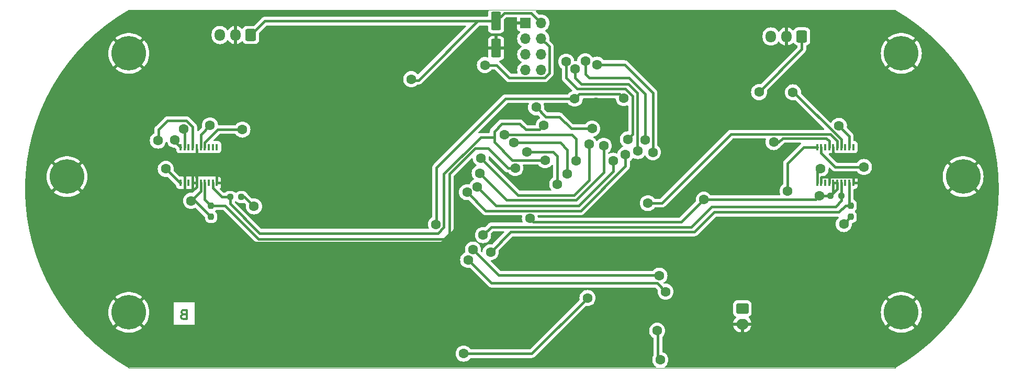
<source format=gbr>
%TF.GenerationSoftware,KiCad,Pcbnew,7.0.5-7.0.5~ubuntu20.04.1*%
%TF.CreationDate,2023-06-15T15:06:08+02:00*%
%TF.ProjectId,Controler_NRF24L01_Exclude_v3,436f6e74-726f-46c6-9572-5f4e52463234,rev?*%
%TF.SameCoordinates,Original*%
%TF.FileFunction,Copper,L2,Bot*%
%TF.FilePolarity,Positive*%
%FSLAX45Y45*%
G04 Gerber Fmt 4.5, Leading zero omitted, Abs format (unit mm)*
G04 Created by KiCad (PCBNEW 7.0.5-7.0.5~ubuntu20.04.1) date 2023-06-15 15:06:08*
%MOMM*%
%LPD*%
G01*
G04 APERTURE LIST*
G04 Aperture macros list*
%AMRoundRect*
0 Rectangle with rounded corners*
0 $1 Rounding radius*
0 $2 $3 $4 $5 $6 $7 $8 $9 X,Y pos of 4 corners*
0 Add a 4 corners polygon primitive as box body*
4,1,4,$2,$3,$4,$5,$6,$7,$8,$9,$2,$3,0*
0 Add four circle primitives for the rounded corners*
1,1,$1+$1,$2,$3*
1,1,$1+$1,$4,$5*
1,1,$1+$1,$6,$7*
1,1,$1+$1,$8,$9*
0 Add four rect primitives between the rounded corners*
20,1,$1+$1,$2,$3,$4,$5,0*
20,1,$1+$1,$4,$5,$6,$7,0*
20,1,$1+$1,$6,$7,$8,$9,0*
20,1,$1+$1,$8,$9,$2,$3,0*%
G04 Aperture macros list end*
%TA.AperFunction,Profile*%
%ADD10C,0.050000*%
%TD*%
%TA.AperFunction,Profile*%
%ADD11C,0.100000*%
%TD*%
%ADD12C,0.300000*%
%TA.AperFunction,NonConductor*%
%ADD13C,0.300000*%
%TD*%
%TA.AperFunction,ComponentPad*%
%ADD14C,5.600000*%
%TD*%
%TA.AperFunction,ComponentPad*%
%ADD15RoundRect,0.250000X0.600000X0.725000X-0.600000X0.725000X-0.600000X-0.725000X0.600000X-0.725000X0*%
%TD*%
%TA.AperFunction,ComponentPad*%
%ADD16O,1.700000X1.950000*%
%TD*%
%TA.AperFunction,ComponentPad*%
%ADD17R,1.700000X1.700000*%
%TD*%
%TA.AperFunction,ComponentPad*%
%ADD18O,1.700000X1.700000*%
%TD*%
%TA.AperFunction,SMDPad,CuDef*%
%ADD19R,0.400000X1.000000*%
%TD*%
%TA.AperFunction,SMDPad,CuDef*%
%ADD20RoundRect,0.237500X0.250000X0.237500X-0.250000X0.237500X-0.250000X-0.237500X0.250000X-0.237500X0*%
%TD*%
%TA.AperFunction,SMDPad,CuDef*%
%ADD21RoundRect,0.237500X0.237500X-0.250000X0.237500X0.250000X-0.237500X0.250000X-0.237500X-0.250000X0*%
%TD*%
%TA.AperFunction,ComponentPad*%
%ADD22RoundRect,0.250000X-0.750000X0.600000X-0.750000X-0.600000X0.750000X-0.600000X0.750000X0.600000X0*%
%TD*%
%TA.AperFunction,ComponentPad*%
%ADD23O,2.000000X1.700000*%
%TD*%
%TA.AperFunction,SMDPad,CuDef*%
%ADD24RoundRect,0.250000X-0.550000X1.250000X-0.550000X-1.250000X0.550000X-1.250000X0.550000X1.250000X0*%
%TD*%
%TA.AperFunction,SMDPad,CuDef*%
%ADD25RoundRect,0.237500X-0.250000X-0.237500X0.250000X-0.237500X0.250000X0.237500X-0.250000X0.237500X0*%
%TD*%
%TA.AperFunction,ViaPad*%
%ADD26C,1.600000*%
%TD*%
%TA.AperFunction,Conductor*%
%ADD27C,0.400000*%
%TD*%
G04 APERTURE END LIST*
D10*
X20569000Y-12290000D02*
G75*
G03*
X20569000Y-6490000I-1674316J2900000D01*
G01*
D11*
X8169000Y-6490000D02*
X20569000Y-6490000D01*
X8169000Y-12290000D02*
X20569000Y-12290000D01*
D10*
X8169000Y-6490000D02*
G75*
G03*
X8169000Y-12290000I1674316J-2900000D01*
G01*
D12*
D13*
X9054549Y-11422511D02*
X9033120Y-11429654D01*
X9033120Y-11429654D02*
X9025977Y-11436797D01*
X9025977Y-11436797D02*
X9018835Y-11451083D01*
X9018835Y-11451083D02*
X9018835Y-11472511D01*
X9018835Y-11472511D02*
X9025977Y-11486797D01*
X9025977Y-11486797D02*
X9033120Y-11493940D01*
X9033120Y-11493940D02*
X9047406Y-11501083D01*
X9047406Y-11501083D02*
X9104549Y-11501083D01*
X9104549Y-11501083D02*
X9104549Y-11351083D01*
X9104549Y-11351083D02*
X9054549Y-11351083D01*
X9054549Y-11351083D02*
X9040263Y-11358226D01*
X9040263Y-11358226D02*
X9033120Y-11365368D01*
X9033120Y-11365368D02*
X9025977Y-11379654D01*
X9025977Y-11379654D02*
X9025977Y-11393940D01*
X9025977Y-11393940D02*
X9033120Y-11408226D01*
X9033120Y-11408226D02*
X9040263Y-11415368D01*
X9040263Y-11415368D02*
X9054549Y-11422511D01*
X9054549Y-11422511D02*
X9104549Y-11422511D01*
D14*
X8169000Y-7190000D03*
X8169000Y-11390000D03*
D15*
X19059400Y-6916200D03*
D16*
X18809400Y-6916200D03*
X18559400Y-6916200D03*
D14*
X20669000Y-7190000D03*
D15*
X10144000Y-6892500D03*
D16*
X9894000Y-6892500D03*
X9644000Y-6892500D03*
D17*
X14589000Y-6696000D03*
D18*
X14843000Y-6696000D03*
X14589000Y-6950000D03*
X14843000Y-6950000D03*
X14589000Y-7204000D03*
X14843000Y-7204000D03*
X14589000Y-7458000D03*
X14843000Y-7458000D03*
D14*
X21669000Y-9190000D03*
X7169000Y-9190000D03*
X20669000Y-11390000D03*
D19*
X9592500Y-9290000D03*
X9527500Y-9290000D03*
X9462500Y-9290000D03*
X9397500Y-9290000D03*
X9332500Y-9290000D03*
X9267500Y-9290000D03*
X9202500Y-9290000D03*
X9137500Y-9290000D03*
X9072500Y-9290000D03*
X9007500Y-9290000D03*
X9007500Y-8710000D03*
X9072500Y-8710000D03*
X9137500Y-8710000D03*
X9202500Y-8710000D03*
X9267500Y-8710000D03*
X9332500Y-8710000D03*
X9397500Y-8710000D03*
X9462500Y-8710000D03*
X9527500Y-8710000D03*
X9592500Y-8710000D03*
D20*
X9991250Y-9520000D03*
X9808750Y-9520000D03*
D21*
X19850000Y-9841250D03*
X19850000Y-9658750D03*
D22*
X18096500Y-11330000D03*
D23*
X18096500Y-11580000D03*
D19*
X19892500Y-9290000D03*
X19827500Y-9290000D03*
X19762500Y-9290000D03*
X19697500Y-9290000D03*
X19632500Y-9290000D03*
X19567500Y-9290000D03*
X19502500Y-9290000D03*
X19437500Y-9290000D03*
X19372500Y-9290000D03*
X19307500Y-9290000D03*
X19307500Y-8710000D03*
X19372500Y-8710000D03*
X19437500Y-8710000D03*
X19502500Y-8710000D03*
X19567500Y-8710000D03*
X19632500Y-8710000D03*
X19697500Y-8710000D03*
X19762500Y-8710000D03*
X19827500Y-8710000D03*
X19892500Y-8710000D03*
D21*
X9500000Y-9841250D03*
X9500000Y-9658750D03*
D24*
X14112000Y-6667000D03*
X14112000Y-7107000D03*
D25*
X19518750Y-9500000D03*
X19701250Y-9500000D03*
D26*
X19340000Y-9504000D03*
X12740000Y-7608950D03*
X18368000Y-7818000D03*
X10195000Y-9672000D03*
X14760950Y-8063580D03*
X13588000Y-12059000D03*
X19738000Y-9958000D03*
X14660000Y-9868000D03*
X15591000Y-11157000D03*
X15666000Y-8410000D03*
X17474000Y-9563000D03*
X9176000Y-9581000D03*
X17680000Y-8310000D03*
X17330000Y-8210000D03*
X17300000Y-7960000D03*
X15367000Y-8214000D03*
X17203000Y-7412000D03*
X14870000Y-9340000D03*
X14761000Y-7769000D03*
X11790000Y-7125000D03*
X17900000Y-8320000D03*
X14636000Y-8233000D03*
X14790000Y-10310000D03*
X12307000Y-7094000D03*
X11435000Y-7134000D03*
X15728000Y-7986000D03*
X13642000Y-9441000D03*
X16207000Y-8829000D03*
X13808000Y-9352000D03*
X16008000Y-8931000D03*
X13848000Y-9132000D03*
X15854000Y-8689000D03*
X13864000Y-8887000D03*
X15617000Y-8665000D03*
X16244950Y-8584019D03*
X15247504Y-7324719D03*
X15388000Y-7445000D03*
X16405000Y-8774000D03*
X15556000Y-7316000D03*
X16522000Y-8596000D03*
X16650000Y-8794000D03*
X15745000Y-7373000D03*
X13739000Y-10372000D03*
X16755000Y-10795000D03*
X13661559Y-10539957D03*
X16855000Y-11054000D03*
X16770000Y-12160000D03*
X16719000Y-11688000D03*
X10007000Y-8426050D03*
X18916000Y-7822000D03*
X14884125Y-8357125D03*
X14024000Y-10414000D03*
X14905000Y-8922000D03*
X13900877Y-10137330D03*
X14423000Y-9051000D03*
X13140720Y-9961720D03*
X16178000Y-7916000D03*
X15383625Y-7924657D03*
X20065000Y-9033000D03*
X18604000Y-8629000D03*
X19363000Y-9063000D03*
X18829000Y-9424000D03*
X8768000Y-9064000D03*
X19660000Y-8365000D03*
X9058000Y-8416000D03*
X8641000Y-8604000D03*
X8915796Y-8591548D03*
X9482529Y-8358265D03*
X16569000Y-9619000D03*
X14246000Y-8510000D03*
X15411000Y-8929000D03*
X14396000Y-8637000D03*
X15266000Y-9142000D03*
X14614000Y-8790856D03*
X15102000Y-9312000D03*
X13932000Y-7380000D03*
D27*
X9991250Y-9520000D02*
X10043000Y-9520000D01*
X14916370Y-8219000D02*
X14760950Y-8063580D01*
X15666000Y-8410000D02*
X15328000Y-8410000D01*
X14843000Y-6696000D02*
X14681000Y-6534000D01*
X19518750Y-9500000D02*
X19344000Y-9500000D01*
X19632500Y-9290000D02*
X19632500Y-9386250D01*
X9332500Y-9424500D02*
X9332500Y-9290000D01*
X19567500Y-9290000D02*
X19567500Y-9451250D01*
X17112000Y-9925000D02*
X14717000Y-9925000D01*
X17474000Y-9563000D02*
X19281000Y-9563000D01*
X17474000Y-9563000D02*
X17112000Y-9925000D01*
X19567500Y-9451250D02*
X19518750Y-9500000D01*
X13815000Y-6667000D02*
X10369500Y-6667000D01*
X12857000Y-7625000D02*
X12756050Y-7625000D01*
X13588000Y-12059000D02*
X14689000Y-12059000D01*
X13815000Y-6667000D02*
X12857000Y-7625000D01*
X14717000Y-9925000D02*
X14660000Y-9868000D01*
X10369500Y-6667000D02*
X10144000Y-6892500D01*
X19632500Y-9290000D02*
X19567500Y-9290000D01*
X19281000Y-9563000D02*
X19340000Y-9504000D01*
X18368000Y-7818000D02*
X18368000Y-7812000D01*
X9500000Y-9841250D02*
X9239750Y-9581000D01*
X15328000Y-8410000D02*
X15137000Y-8219000D01*
X19344000Y-9500000D02*
X19340000Y-9504000D01*
X12756050Y-7625000D02*
X12740000Y-7608950D01*
X9176000Y-9581000D02*
X9332500Y-9424500D01*
X19632500Y-9386250D02*
X19518750Y-9500000D01*
X9239750Y-9581000D02*
X9176000Y-9581000D01*
X18368000Y-7812000D02*
X19059400Y-7120600D01*
X19059400Y-7120600D02*
X19059400Y-6916200D01*
X14681000Y-6534000D02*
X14245000Y-6534000D01*
X19850000Y-9841250D02*
X19738000Y-9953250D01*
X15137000Y-8219000D02*
X14916370Y-8219000D01*
X14112000Y-6667000D02*
X13815000Y-6667000D01*
X19738000Y-9953250D02*
X19738000Y-9958000D01*
X14245000Y-6534000D02*
X14112000Y-6667000D01*
X10043000Y-9520000D02*
X10195000Y-9672000D01*
X14689000Y-12059000D02*
X15591000Y-11157000D01*
X19567500Y-8710000D02*
X19567500Y-8800000D01*
X20207000Y-8910000D02*
X20207000Y-9145000D01*
X9267500Y-9352500D02*
X9202500Y-9417500D01*
X20137000Y-8840000D02*
X20207000Y-8910000D01*
X19892500Y-9205500D02*
X19903000Y-9195000D01*
X9592500Y-9072500D02*
X9592500Y-9290000D01*
X11444000Y-7125000D02*
X11435000Y-7134000D01*
X19903000Y-9195000D02*
X19512000Y-9195000D01*
X9480000Y-8960000D02*
X9592500Y-9072500D01*
X15728000Y-7986000D02*
X15595000Y-7986000D01*
X19377500Y-9195000D02*
X19372500Y-9200000D01*
X9072500Y-9137500D02*
X9155000Y-9055000D01*
X19607500Y-8840000D02*
X20137000Y-8840000D01*
X19567500Y-8800000D02*
X19607500Y-8840000D01*
X20157000Y-9195000D02*
X19903000Y-9195000D01*
X9072500Y-9290000D02*
X9072500Y-9137500D01*
X19892500Y-9290000D02*
X19892500Y-9205500D01*
X19502500Y-9204500D02*
X19512000Y-9195000D01*
X9267500Y-9290000D02*
X9267500Y-9352500D01*
X9202500Y-9102500D02*
X9155000Y-9055000D01*
X9267500Y-8960000D02*
X9480000Y-8960000D01*
X9155000Y-9055000D02*
X9267500Y-8942500D01*
X9267500Y-8805000D02*
X9267500Y-8960000D01*
X9072500Y-9290000D02*
X9072500Y-9400000D01*
X19512000Y-9195000D02*
X19377500Y-9195000D01*
X11790000Y-7125000D02*
X12276000Y-7125000D01*
X9267500Y-9290000D02*
X9267500Y-8805000D01*
X9072500Y-9417500D02*
X9010000Y-9480000D01*
X9267500Y-8805000D02*
X9267500Y-8743995D01*
X9202500Y-9417500D02*
X9202500Y-9290000D01*
X20207000Y-9145000D02*
X20157000Y-9195000D01*
X9267500Y-8942500D02*
X9267500Y-8805000D01*
X15595000Y-7986000D02*
X15367000Y-8214000D01*
X11790000Y-7125000D02*
X11444000Y-7125000D01*
X19502500Y-9290000D02*
X19502500Y-9204500D01*
X12276000Y-7125000D02*
X12307000Y-7094000D01*
X19372500Y-9200000D02*
X19372500Y-9290000D01*
X9202500Y-9290000D02*
X9202500Y-9102500D01*
X16207000Y-8829000D02*
X16207000Y-9017000D01*
X13944050Y-9743050D02*
X13642000Y-9441000D01*
X16207000Y-9017000D02*
X15480950Y-9743050D01*
X15480950Y-9743050D02*
X13944050Y-9743050D01*
X14115000Y-9659000D02*
X13808000Y-9352000D01*
X15447000Y-9659000D02*
X14115000Y-9659000D01*
X16008000Y-9098000D02*
X15447000Y-9659000D01*
X16008000Y-8931000D02*
X16008000Y-9098000D01*
X15854000Y-8689000D02*
X15854000Y-9119000D01*
X14282000Y-9566000D02*
X13848000Y-9132000D01*
X15407000Y-9566000D02*
X14282000Y-9566000D01*
X15854000Y-9119000D02*
X15407000Y-9566000D01*
X14466000Y-9489000D02*
X13864000Y-8887000D01*
X15372000Y-9489000D02*
X14466000Y-9489000D01*
X15617000Y-9244000D02*
X15372000Y-9489000D01*
X15617000Y-8665000D02*
X15617000Y-9244000D01*
X16324000Y-8504969D02*
X16244950Y-8584019D01*
X16324000Y-7885000D02*
X16324000Y-8504969D01*
X16290000Y-8602000D02*
X16272019Y-8584019D01*
X15247504Y-7324719D02*
X15247504Y-7589504D01*
X16203000Y-7764000D02*
X16324000Y-7885000D01*
X15247504Y-7589504D02*
X15422000Y-7764000D01*
X15422000Y-7764000D02*
X16203000Y-7764000D01*
X15491000Y-7687000D02*
X16251000Y-7687000D01*
X16251000Y-7687000D02*
X16397050Y-7833050D01*
X16397050Y-7833050D02*
X16397050Y-8766050D01*
X15388000Y-7445000D02*
X15388000Y-7584000D01*
X16397050Y-8766050D02*
X16405000Y-8774000D01*
X15388000Y-7584000D02*
X15491000Y-7687000D01*
X16522000Y-7848000D02*
X16522000Y-8596000D01*
X15556000Y-7316000D02*
X15556000Y-7525000D01*
X15556000Y-7525000D02*
X15620000Y-7589000D01*
X16263000Y-7589000D02*
X16522000Y-7848000D01*
X15620000Y-7589000D02*
X16263000Y-7589000D01*
X16650000Y-7829000D02*
X16650000Y-8794000D01*
X15745000Y-7373000D02*
X16194000Y-7373000D01*
X16194000Y-7373000D02*
X16650000Y-7829000D01*
X14153000Y-10786000D02*
X13739000Y-10372000D01*
X16746000Y-10786000D02*
X14153000Y-10786000D01*
X16755000Y-10795000D02*
X16746000Y-10786000D01*
X16717000Y-10916000D02*
X14037602Y-10916000D01*
X16855000Y-11054000D02*
X16717000Y-10916000D01*
X14037602Y-10916000D02*
X13661559Y-10539957D01*
X16770000Y-12160000D02*
X16730000Y-12120000D01*
X16730000Y-12120000D02*
X16730000Y-11699000D01*
X16730000Y-11699000D02*
X16719000Y-11688000D01*
X9608950Y-8426050D02*
X10007000Y-8426050D01*
X9397500Y-8637500D02*
X9608950Y-8426050D01*
X9397500Y-8710000D02*
X9397500Y-8637500D01*
X19697450Y-8603450D02*
X19697500Y-8603500D01*
X19697450Y-8588097D02*
X19697450Y-8603450D01*
X18931353Y-7822000D02*
X19697450Y-8588097D01*
X19697500Y-8603500D02*
X19697500Y-8710000D01*
X18916000Y-7822000D02*
X18931353Y-7822000D01*
X13267000Y-9146076D02*
X13863076Y-8550000D01*
X14813250Y-8428000D02*
X14884125Y-8357125D01*
X14082647Y-8455647D02*
X14208294Y-8330000D01*
X14494000Y-8330000D02*
X14592000Y-8428000D01*
X14082647Y-8626941D02*
X14082647Y-8600000D01*
X17640000Y-9766000D02*
X19660000Y-9766000D01*
X9808750Y-9628750D02*
X10286000Y-10106000D01*
X14351000Y-10087000D02*
X17319000Y-10087000D01*
X19660000Y-9766000D02*
X19767250Y-9658750D01*
X13173147Y-10106000D02*
X13267000Y-10012147D01*
X9672500Y-9520000D02*
X9808750Y-9520000D01*
X14082647Y-8600000D02*
X14082647Y-8455647D01*
X14592000Y-8428000D02*
X14813250Y-8428000D01*
X14208294Y-8330000D02*
X14494000Y-8330000D01*
X19767250Y-9658750D02*
X19850000Y-9658750D01*
X19827500Y-9290000D02*
X19827500Y-9636250D01*
X13267000Y-10012147D02*
X13267000Y-9146076D01*
X13863076Y-8550000D02*
X14082647Y-8550000D01*
X14082647Y-8550000D02*
X14082647Y-8600000D01*
X19827500Y-9636250D02*
X19850000Y-9658750D01*
X9527500Y-9375000D02*
X9672500Y-9520000D01*
X9527500Y-9290000D02*
X9527500Y-9375000D01*
X14905000Y-8922000D02*
X14377706Y-8922000D01*
X17319000Y-10087000D02*
X17640000Y-9766000D01*
X14024000Y-10414000D02*
X14351000Y-10087000D01*
X14377706Y-8922000D02*
X14082647Y-8626941D01*
X9808750Y-9520000D02*
X9808750Y-9628750D01*
X10286000Y-10106000D02*
X13173147Y-10106000D01*
X13775000Y-8730000D02*
X13982000Y-8730000D01*
X13900877Y-10137330D02*
X14033208Y-10005000D01*
X13271000Y-10200000D02*
X13357000Y-10114000D01*
X19697500Y-9496250D02*
X19697500Y-9290000D01*
X19701250Y-9578750D02*
X19701250Y-9500000D01*
X9728750Y-9658750D02*
X10270000Y-10200000D01*
X13982000Y-8730000D02*
X14303000Y-9051000D01*
X13357000Y-9148000D02*
X13775000Y-8730000D01*
X10270000Y-10200000D02*
X13271000Y-10200000D01*
X19606000Y-9674000D02*
X19701250Y-9578750D01*
X19701250Y-9500000D02*
X19697500Y-9496250D01*
X17599000Y-9674000D02*
X19606000Y-9674000D01*
X14303000Y-9051000D02*
X14423000Y-9051000D01*
X13357000Y-10114000D02*
X13357000Y-9148000D01*
X9500000Y-9658750D02*
X9728750Y-9658750D01*
X9397500Y-9290000D02*
X9397500Y-9556250D01*
X17268000Y-10005000D02*
X17599000Y-9674000D01*
X9397500Y-9556250D02*
X9500000Y-9658750D01*
X14033208Y-10005000D02*
X17268000Y-10005000D01*
X15457282Y-7851000D02*
X15383625Y-7924657D01*
X16178000Y-7916000D02*
X16113000Y-7851000D01*
X13148720Y-9953720D02*
X13148720Y-9043280D01*
X13148720Y-9043280D02*
X14267343Y-7924657D01*
X13140720Y-9961720D02*
X13148720Y-9953720D01*
X14267343Y-7924657D02*
X15383625Y-7924657D01*
X16113000Y-7851000D02*
X15457282Y-7851000D01*
X19372500Y-8710000D02*
X19372500Y-8805000D01*
X19372500Y-8805000D02*
X19600500Y-9033000D01*
X19600500Y-9033000D02*
X20065000Y-9033000D01*
X18687000Y-8629000D02*
X18749000Y-8567000D01*
X18604000Y-8629000D02*
X18687000Y-8629000D01*
X18749000Y-8567000D02*
X19454500Y-8567000D01*
X19454500Y-8567000D02*
X19502500Y-8615000D01*
X19502500Y-8615000D02*
X19502500Y-8710000D01*
X19363000Y-9063000D02*
X19307500Y-9118500D01*
X19307500Y-9118500D02*
X19307500Y-9290000D01*
X18829000Y-8972000D02*
X19074000Y-8727000D01*
X19091000Y-8710000D02*
X19307500Y-8710000D01*
X18829000Y-9424000D02*
X18829000Y-8972000D01*
X19074000Y-8727000D02*
X19091000Y-8710000D01*
X9007500Y-9290000D02*
X8994000Y-9290000D01*
X8994000Y-9290000D02*
X8768000Y-9064000D01*
X19827500Y-8710000D02*
X19827500Y-8532500D01*
X19827500Y-8532500D02*
X19660000Y-8365000D01*
X9072500Y-8710000D02*
X9072500Y-8430500D01*
X9072500Y-8430500D02*
X9058000Y-8416000D01*
X9204000Y-8385000D02*
X9204000Y-8479000D01*
X8794000Y-8283000D02*
X9102000Y-8283000D01*
X9102000Y-8283000D02*
X9204000Y-8385000D01*
X9204000Y-8479000D02*
X9202500Y-8480500D01*
X9202500Y-8480500D02*
X9202500Y-8710000D01*
X8652000Y-8593000D02*
X8652000Y-8425000D01*
X8652000Y-8425000D02*
X8794000Y-8283000D01*
X8641000Y-8604000D02*
X8652000Y-8593000D01*
X9007500Y-8710000D02*
X8915796Y-8618296D01*
X8915796Y-8618296D02*
X8915796Y-8591548D01*
X9332500Y-8710000D02*
X9332500Y-8508294D01*
X9332500Y-8508294D02*
X9482529Y-8358265D01*
X16793000Y-9619000D02*
X17910000Y-8502000D01*
X17910000Y-8502000D02*
X19519500Y-8502000D01*
X19632500Y-8615000D02*
X19632500Y-8715000D01*
X19519500Y-8502000D02*
X19632500Y-8615000D01*
X16569000Y-9619000D02*
X16793000Y-9619000D01*
X15411000Y-8929000D02*
X15411000Y-8579000D01*
X15342000Y-8510000D02*
X14246000Y-8510000D01*
X15411000Y-8579000D02*
X15342000Y-8510000D01*
X15266000Y-8752000D02*
X15151000Y-8637000D01*
X15151000Y-8637000D02*
X14396000Y-8637000D01*
X15266000Y-9142000D02*
X15266000Y-8752000D01*
X15102000Y-9312000D02*
X15102000Y-8857000D01*
X15035855Y-8790856D02*
X14614000Y-8790856D01*
X15102000Y-8857000D02*
X15035855Y-8790856D01*
X14325995Y-7588000D02*
X14896848Y-7588000D01*
X14973000Y-7080000D02*
X14843000Y-6950000D01*
X14973000Y-7511848D02*
X14973000Y-7080000D01*
X14117995Y-7380000D02*
X14325995Y-7588000D01*
X13932000Y-7380000D02*
X14117995Y-7380000D01*
X14896848Y-7588000D02*
X14973000Y-7511848D01*
%TA.AperFunction,Conductor*%
G36*
X14012790Y-8860076D02*
G01*
X14014285Y-8861351D01*
X14251705Y-9098771D01*
X14252217Y-9099315D01*
X14256207Y-9103818D01*
X14261157Y-9107235D01*
X14261760Y-9107679D01*
X14266494Y-9111388D01*
X14267418Y-9111804D01*
X14269372Y-9112905D01*
X14270207Y-9113482D01*
X14275833Y-9115615D01*
X14276522Y-9115901D01*
X14282007Y-9118370D01*
X14283004Y-9118552D01*
X14285166Y-9119155D01*
X14286113Y-9119514D01*
X14292084Y-9120239D01*
X14292818Y-9120351D01*
X14298739Y-9121436D01*
X14304410Y-9121093D01*
X14304743Y-9121073D01*
X14305492Y-9121050D01*
X14306833Y-9121050D01*
X14313537Y-9123019D01*
X14316990Y-9126338D01*
X14322995Y-9134914D01*
X14339086Y-9151005D01*
X14357726Y-9164057D01*
X14357726Y-9164057D01*
X14357727Y-9164057D01*
X14378350Y-9173674D01*
X14400331Y-9179564D01*
X14423000Y-9181547D01*
X14445669Y-9179564D01*
X14467650Y-9173674D01*
X14488273Y-9164057D01*
X14506914Y-9151005D01*
X14523005Y-9134914D01*
X14536057Y-9116273D01*
X14545674Y-9095650D01*
X14551563Y-9073669D01*
X14553547Y-9051000D01*
X14553292Y-9048086D01*
X14552050Y-9033887D01*
X14551563Y-9028331D01*
X14546025Y-9007659D01*
X14546191Y-9000674D01*
X14550107Y-8994888D01*
X14556530Y-8992138D01*
X14558002Y-8992050D01*
X14788833Y-8992050D01*
X14795537Y-8994019D01*
X14798990Y-8997338D01*
X14804995Y-9005914D01*
X14821086Y-9022005D01*
X14839726Y-9035057D01*
X14839726Y-9035057D01*
X14839727Y-9035057D01*
X14860350Y-9044674D01*
X14882331Y-9050564D01*
X14905000Y-9052547D01*
X14927669Y-9050564D01*
X14949650Y-9044674D01*
X14970273Y-9035057D01*
X14988914Y-9022005D01*
X15005005Y-9005914D01*
X15009392Y-8999647D01*
X15014850Y-8995285D01*
X15021800Y-8994566D01*
X15028035Y-8997718D01*
X15031577Y-9003741D01*
X15031950Y-9006760D01*
X15031950Y-9195833D01*
X15029981Y-9202537D01*
X15026662Y-9205990D01*
X15018086Y-9211995D01*
X15001995Y-9228086D01*
X14988943Y-9246726D01*
X14979326Y-9267350D01*
X14973436Y-9289331D01*
X14971453Y-9312000D01*
X14973436Y-9334669D01*
X14979326Y-9356650D01*
X14988943Y-9377274D01*
X15001995Y-9395914D01*
X15003863Y-9397782D01*
X15007212Y-9403914D01*
X15006713Y-9410883D01*
X15002526Y-9416477D01*
X14995980Y-9418918D01*
X14995095Y-9418950D01*
X14500152Y-9418950D01*
X14493448Y-9416982D01*
X14491384Y-9415318D01*
X13996103Y-8920037D01*
X13992754Y-8913905D01*
X13992518Y-8910188D01*
X13993700Y-8896674D01*
X13994547Y-8887000D01*
X13994208Y-8883129D01*
X13993164Y-8871200D01*
X13994541Y-8864350D01*
X13999403Y-8859332D01*
X14006205Y-8857738D01*
X14012790Y-8860076D01*
G37*
%TD.AperFunction*%
%TA.AperFunction,Conductor*%
G36*
X9256754Y-9271969D02*
G01*
X9261329Y-9277249D01*
X9262450Y-9282400D01*
X9262450Y-9297600D01*
X9260482Y-9304304D01*
X9255201Y-9308879D01*
X9250050Y-9310000D01*
X9219950Y-9310000D01*
X9213246Y-9308032D01*
X9208671Y-9302751D01*
X9207550Y-9297600D01*
X9207550Y-9282400D01*
X9209518Y-9275696D01*
X9214799Y-9271121D01*
X9219950Y-9270000D01*
X9250050Y-9270000D01*
X9256754Y-9271969D01*
G37*
%TD.AperFunction*%
%TA.AperFunction,Conductor*%
G36*
X16043236Y-7923018D02*
G01*
X16047812Y-7928299D01*
X16048885Y-7932369D01*
X16049436Y-7938669D01*
X16055326Y-7960650D01*
X16064943Y-7981273D01*
X16077995Y-7999914D01*
X16094086Y-8016005D01*
X16112726Y-8029057D01*
X16112726Y-8029057D01*
X16112727Y-8029057D01*
X16133350Y-8038674D01*
X16155331Y-8044563D01*
X16178000Y-8046547D01*
X16200669Y-8044563D01*
X16222650Y-8038674D01*
X16236310Y-8032304D01*
X16243217Y-8031255D01*
X16249596Y-8034107D01*
X16253420Y-8039954D01*
X16253950Y-8043542D01*
X16253950Y-8441322D01*
X16251981Y-8448026D01*
X16246701Y-8452601D01*
X16242631Y-8453675D01*
X16222281Y-8455455D01*
X16200300Y-8461345D01*
X16179676Y-8470962D01*
X16161036Y-8484014D01*
X16144945Y-8500105D01*
X16131893Y-8518745D01*
X16122276Y-8539369D01*
X16116386Y-8561350D01*
X16114403Y-8584019D01*
X16116386Y-8606688D01*
X16122276Y-8628669D01*
X16131893Y-8649292D01*
X16144945Y-8667933D01*
X16161036Y-8684024D01*
X16163087Y-8685460D01*
X16167449Y-8690917D01*
X16168169Y-8697867D01*
X16165017Y-8704102D01*
X16161215Y-8706855D01*
X16141726Y-8715943D01*
X16123086Y-8728995D01*
X16106995Y-8745086D01*
X16093943Y-8763726D01*
X16084326Y-8784350D01*
X16078922Y-8804519D01*
X16075285Y-8810485D01*
X16069001Y-8813538D01*
X16062063Y-8812709D01*
X16061704Y-8812548D01*
X16052650Y-8808326D01*
X16030669Y-8802436D01*
X16008000Y-8800453D01*
X15985331Y-8802436D01*
X15963350Y-8808326D01*
X15948700Y-8815158D01*
X15944109Y-8817299D01*
X15941743Y-8818402D01*
X15941570Y-8818031D01*
X15936935Y-8819591D01*
X15930159Y-8817886D01*
X15925381Y-8812789D01*
X15924050Y-8807201D01*
X15924050Y-8805167D01*
X15926018Y-8798463D01*
X15929337Y-8795010D01*
X15937914Y-8789005D01*
X15954005Y-8772914D01*
X15967057Y-8754273D01*
X15976674Y-8733650D01*
X15982563Y-8711669D01*
X15984547Y-8689000D01*
X15984237Y-8685460D01*
X15982851Y-8669612D01*
X15982563Y-8666331D01*
X15976674Y-8644350D01*
X15967057Y-8623727D01*
X15964482Y-8620050D01*
X15954005Y-8605086D01*
X15937914Y-8588995D01*
X15919273Y-8575943D01*
X15898650Y-8566326D01*
X15876669Y-8560436D01*
X15854000Y-8558453D01*
X15831331Y-8560436D01*
X15809350Y-8566326D01*
X15788726Y-8575943D01*
X15770086Y-8588995D01*
X15753995Y-8605086D01*
X15753445Y-8605872D01*
X15747987Y-8610234D01*
X15741037Y-8610953D01*
X15734802Y-8607801D01*
X15732049Y-8604000D01*
X15730057Y-8599726D01*
X15717005Y-8581086D01*
X15700914Y-8564995D01*
X15692007Y-8558758D01*
X15687644Y-8553301D01*
X15686925Y-8546351D01*
X15690077Y-8540115D01*
X15695910Y-8536623D01*
X15710650Y-8532674D01*
X15731273Y-8523057D01*
X15749914Y-8510005D01*
X15766005Y-8493914D01*
X15779057Y-8475273D01*
X15788674Y-8454650D01*
X15794563Y-8432669D01*
X15796547Y-8410000D01*
X15796446Y-8408854D01*
X15795827Y-8401775D01*
X15794563Y-8387331D01*
X15788674Y-8365350D01*
X15779057Y-8344727D01*
X15777243Y-8342136D01*
X15766005Y-8326086D01*
X15749914Y-8309995D01*
X15731273Y-8296943D01*
X15710650Y-8287326D01*
X15688669Y-8281436D01*
X15666000Y-8279453D01*
X15643331Y-8281436D01*
X15621350Y-8287326D01*
X15600726Y-8296943D01*
X15582086Y-8309995D01*
X15565995Y-8326086D01*
X15559990Y-8334662D01*
X15554533Y-8339025D01*
X15549833Y-8339950D01*
X15362152Y-8339950D01*
X15355448Y-8337981D01*
X15353384Y-8336318D01*
X15188294Y-8171228D01*
X15187782Y-8170685D01*
X15183793Y-8166182D01*
X15178843Y-8162765D01*
X15178240Y-8162322D01*
X15173505Y-8158612D01*
X15172581Y-8158196D01*
X15170627Y-8157094D01*
X15169793Y-8156518D01*
X15169793Y-8156518D01*
X15169793Y-8156518D01*
X15164170Y-8154386D01*
X15163478Y-8154099D01*
X15157993Y-8151630D01*
X15156995Y-8151447D01*
X15154834Y-8150845D01*
X15153887Y-8150486D01*
X15147917Y-8149761D01*
X15147177Y-8149648D01*
X15141261Y-8148564D01*
X15135257Y-8148927D01*
X15134508Y-8148950D01*
X14950521Y-8148950D01*
X14943818Y-8146981D01*
X14941753Y-8145318D01*
X14893053Y-8096617D01*
X14889704Y-8090485D01*
X14889468Y-8086769D01*
X14891497Y-8063580D01*
X14890075Y-8047331D01*
X14889513Y-8040911D01*
X14883624Y-8018931D01*
X14880554Y-8012347D01*
X14879505Y-8005440D01*
X14882357Y-7999062D01*
X14888204Y-7995238D01*
X14891792Y-7994707D01*
X15267457Y-7994707D01*
X15274161Y-7996676D01*
X15277615Y-7999995D01*
X15283620Y-8008571D01*
X15299710Y-8024662D01*
X15318351Y-8037714D01*
X15318351Y-8037714D01*
X15318351Y-8037714D01*
X15338975Y-8047331D01*
X15360955Y-8053221D01*
X15383625Y-8055204D01*
X15406294Y-8053221D01*
X15428274Y-8047331D01*
X15448898Y-8037714D01*
X15467538Y-8024662D01*
X15483629Y-8008571D01*
X15496681Y-7989931D01*
X15506298Y-7969307D01*
X15512188Y-7947326D01*
X15513497Y-7932369D01*
X15516042Y-7925862D01*
X15521701Y-7921764D01*
X15525849Y-7921050D01*
X16036532Y-7921050D01*
X16043236Y-7923018D01*
G37*
%TD.AperFunction*%
%TA.AperFunction,Conductor*%
G36*
X14636812Y-7996676D02*
G01*
X14641387Y-8001956D01*
X14642381Y-8008872D01*
X14641346Y-8012347D01*
X14640018Y-8015195D01*
X14638276Y-8018931D01*
X14632386Y-8040911D01*
X14630403Y-8063580D01*
X14632386Y-8086249D01*
X14638276Y-8108230D01*
X14647893Y-8128854D01*
X14660945Y-8147494D01*
X14677036Y-8163585D01*
X14695676Y-8176637D01*
X14695676Y-8176637D01*
X14695677Y-8176637D01*
X14716300Y-8186254D01*
X14738281Y-8192144D01*
X14753394Y-8193466D01*
X14760950Y-8194127D01*
X14760950Y-8194127D01*
X14760950Y-8194127D01*
X14774114Y-8192975D01*
X14784138Y-8192098D01*
X14790988Y-8193475D01*
X14793987Y-8195683D01*
X14822370Y-8224066D01*
X14825718Y-8230198D01*
X14825220Y-8237168D01*
X14821033Y-8242761D01*
X14818863Y-8244060D01*
X14800211Y-8257120D01*
X14784120Y-8273211D01*
X14771068Y-8291851D01*
X14761451Y-8312475D01*
X14755561Y-8334456D01*
X14754496Y-8346631D01*
X14751951Y-8353138D01*
X14746292Y-8357235D01*
X14742143Y-8357950D01*
X14626152Y-8357950D01*
X14619448Y-8355981D01*
X14617384Y-8354318D01*
X14545294Y-8282228D01*
X14544782Y-8281685D01*
X14540793Y-8277182D01*
X14535843Y-8273765D01*
X14535240Y-8273322D01*
X14530505Y-8269612D01*
X14529581Y-8269196D01*
X14527627Y-8268094D01*
X14526793Y-8267518D01*
X14526793Y-8267518D01*
X14526793Y-8267518D01*
X14521170Y-8265386D01*
X14520478Y-8265099D01*
X14514993Y-8262630D01*
X14513995Y-8262447D01*
X14511834Y-8261845D01*
X14510887Y-8261486D01*
X14504917Y-8260761D01*
X14504177Y-8260648D01*
X14498261Y-8259564D01*
X14492257Y-8259927D01*
X14491508Y-8259950D01*
X14210786Y-8259950D01*
X14210037Y-8259927D01*
X14204033Y-8259564D01*
X14198117Y-8260648D01*
X14197377Y-8260761D01*
X14191406Y-8261486D01*
X14190459Y-8261845D01*
X14188299Y-8262448D01*
X14187301Y-8262630D01*
X14181815Y-8265099D01*
X14181124Y-8265386D01*
X14175501Y-8267518D01*
X14174667Y-8268094D01*
X14172712Y-8269196D01*
X14171788Y-8269612D01*
X14167054Y-8273321D01*
X14166451Y-8273765D01*
X14161501Y-8277182D01*
X14157512Y-8281684D01*
X14156999Y-8282229D01*
X14034876Y-8404352D01*
X14034331Y-8404865D01*
X14029829Y-8408854D01*
X14026412Y-8413804D01*
X14025968Y-8414407D01*
X14022259Y-8419141D01*
X14021843Y-8420066D01*
X14020741Y-8422020D01*
X14020165Y-8422854D01*
X14018032Y-8428478D01*
X14017746Y-8429169D01*
X14015277Y-8434654D01*
X14015094Y-8435652D01*
X14014492Y-8437812D01*
X14014133Y-8438760D01*
X14013408Y-8444730D01*
X14013295Y-8445470D01*
X14012211Y-8451386D01*
X14012574Y-8457390D01*
X14012597Y-8458139D01*
X14012597Y-8467550D01*
X14010628Y-8474254D01*
X14005348Y-8478829D01*
X14000197Y-8479950D01*
X13865567Y-8479950D01*
X13864818Y-8479927D01*
X13858815Y-8479564D01*
X13852900Y-8480648D01*
X13852160Y-8480761D01*
X13846188Y-8481486D01*
X13845240Y-8481846D01*
X13843080Y-8482448D01*
X13842083Y-8482631D01*
X13842083Y-8482631D01*
X13840602Y-8482902D01*
X13840562Y-8482679D01*
X13835679Y-8483354D01*
X13829340Y-8480416D01*
X13825595Y-8474518D01*
X13825633Y-8467531D01*
X13828743Y-8462322D01*
X14292726Y-7998339D01*
X14298859Y-7994991D01*
X14301495Y-7994707D01*
X14630108Y-7994707D01*
X14636812Y-7996676D01*
G37*
%TD.AperFunction*%
%TA.AperFunction,Conductor*%
G36*
X13984735Y-6493018D02*
G01*
X13989310Y-6498299D01*
X13990304Y-6505215D01*
X13988585Y-6509959D01*
X13988519Y-6510067D01*
X13983000Y-6526720D01*
X13981982Y-6536686D01*
X13981982Y-6536688D01*
X13981950Y-6536999D01*
X13981950Y-6537314D01*
X13981950Y-6584550D01*
X13979981Y-6591254D01*
X13974701Y-6595829D01*
X13969550Y-6596950D01*
X13817492Y-6596950D01*
X13816743Y-6596927D01*
X13813759Y-6596747D01*
X13810739Y-6596564D01*
X13810739Y-6596564D01*
X13809742Y-6596747D01*
X13807507Y-6596950D01*
X10371992Y-6596950D01*
X10371243Y-6596927D01*
X10365239Y-6596564D01*
X10359323Y-6597648D01*
X10358583Y-6597761D01*
X10352612Y-6598486D01*
X10351665Y-6598845D01*
X10349505Y-6599448D01*
X10348507Y-6599630D01*
X10343023Y-6602099D01*
X10342331Y-6602385D01*
X10336707Y-6604518D01*
X10335872Y-6605094D01*
X10333919Y-6606196D01*
X10332995Y-6606612D01*
X10328261Y-6610321D01*
X10327658Y-6610764D01*
X10322707Y-6614182D01*
X10318718Y-6618685D01*
X10318204Y-6619230D01*
X10196116Y-6741318D01*
X10189984Y-6744667D01*
X10187348Y-6744950D01*
X10079314Y-6744950D01*
X10079312Y-6744950D01*
X10078999Y-6744950D01*
X10078686Y-6744982D01*
X10078686Y-6744982D01*
X10068720Y-6746000D01*
X10052067Y-6751519D01*
X10037134Y-6760729D01*
X10024729Y-6773134D01*
X10015155Y-6788656D01*
X10009960Y-6793328D01*
X10003064Y-6794451D01*
X9996656Y-6791666D01*
X9995833Y-6790914D01*
X9981108Y-6776189D01*
X9961758Y-6762640D01*
X9940349Y-6752657D01*
X9919000Y-6746936D01*
X9919000Y-6851698D01*
X9907520Y-6846455D01*
X9897398Y-6845000D01*
X9890603Y-6845000D01*
X9880480Y-6846455D01*
X9869000Y-6851698D01*
X9869000Y-6746936D01*
X9869000Y-6746936D01*
X9847651Y-6752657D01*
X9826242Y-6762640D01*
X9806892Y-6776189D01*
X9790189Y-6792892D01*
X9779188Y-6808603D01*
X9773730Y-6812966D01*
X9766780Y-6813685D01*
X9760545Y-6810533D01*
X9758873Y-6808603D01*
X9752745Y-6799851D01*
X9747850Y-6792860D01*
X9731140Y-6776150D01*
X9711783Y-6762596D01*
X9690366Y-6752610D01*
X9684250Y-6750971D01*
X9667541Y-6746494D01*
X9644000Y-6744434D01*
X9620459Y-6746494D01*
X9597634Y-6752610D01*
X9576217Y-6762596D01*
X9556860Y-6776150D01*
X9540151Y-6792860D01*
X9526597Y-6812217D01*
X9516610Y-6833634D01*
X9510494Y-6856459D01*
X9509163Y-6871668D01*
X9508950Y-6874103D01*
X9508950Y-6910897D01*
X9508974Y-6911166D01*
X9508974Y-6911167D01*
X9510494Y-6928541D01*
X9513395Y-6939370D01*
X9516610Y-6951366D01*
X9526597Y-6972783D01*
X9540151Y-6992140D01*
X9556860Y-7008849D01*
X9576217Y-7022403D01*
X9597634Y-7032390D01*
X9620459Y-7038506D01*
X9644000Y-7040566D01*
X9667541Y-7038506D01*
X9690366Y-7032390D01*
X9711783Y-7022403D01*
X9731140Y-7008849D01*
X9747850Y-6992140D01*
X9758873Y-6976396D01*
X9764331Y-6972034D01*
X9771281Y-6971315D01*
X9777516Y-6974467D01*
X9779188Y-6976397D01*
X9790189Y-6992108D01*
X9806892Y-7008811D01*
X9826242Y-7022360D01*
X9847651Y-7032343D01*
X9869000Y-7038063D01*
X9869000Y-6933302D01*
X9880480Y-6938545D01*
X9890603Y-6940000D01*
X9897398Y-6940000D01*
X9907520Y-6938545D01*
X9919000Y-6933302D01*
X9919000Y-7038063D01*
X9940349Y-7032343D01*
X9961758Y-7022360D01*
X9981108Y-7008811D01*
X9995833Y-6994086D01*
X10001965Y-6990737D01*
X10008935Y-6991235D01*
X10014528Y-6995423D01*
X10015155Y-6996344D01*
X10024729Y-7011866D01*
X10037134Y-7024271D01*
X10037134Y-7024271D01*
X10052067Y-7033481D01*
X10063108Y-7037140D01*
X10068720Y-7039000D01*
X10078686Y-7040018D01*
X10078686Y-7040018D01*
X10078999Y-7040050D01*
X10209001Y-7040050D01*
X10219280Y-7039000D01*
X10235933Y-7033481D01*
X10250866Y-7024271D01*
X10263271Y-7011866D01*
X10272481Y-6996933D01*
X10278000Y-6980280D01*
X10279050Y-6970001D01*
X10279050Y-6861652D01*
X10281018Y-6854948D01*
X10282681Y-6852884D01*
X10394884Y-6740682D01*
X10401016Y-6737333D01*
X10403652Y-6737050D01*
X13615948Y-6737050D01*
X13622652Y-6739018D01*
X13627227Y-6744299D01*
X13628222Y-6751215D01*
X13625319Y-6757570D01*
X13624716Y-6758218D01*
X12857719Y-7525215D01*
X12851587Y-7528563D01*
X12844618Y-7528065D01*
X12840183Y-7525215D01*
X12823914Y-7508945D01*
X12805273Y-7495893D01*
X12784650Y-7486276D01*
X12762669Y-7480386D01*
X12740000Y-7478403D01*
X12717331Y-7480386D01*
X12695350Y-7486276D01*
X12674726Y-7495893D01*
X12656086Y-7508945D01*
X12639995Y-7525036D01*
X12626943Y-7543676D01*
X12617326Y-7564300D01*
X12611436Y-7586281D01*
X12609453Y-7608950D01*
X12611436Y-7631619D01*
X12617326Y-7653600D01*
X12626943Y-7674223D01*
X12639995Y-7692864D01*
X12656086Y-7708955D01*
X12674726Y-7722007D01*
X12674726Y-7722007D01*
X12674727Y-7722007D01*
X12695350Y-7731624D01*
X12717331Y-7737513D01*
X12740000Y-7739497D01*
X12762669Y-7737513D01*
X12784650Y-7731624D01*
X12805273Y-7722007D01*
X12823914Y-7708955D01*
X12834187Y-7698682D01*
X12840319Y-7695333D01*
X12842955Y-7695050D01*
X12854508Y-7695050D01*
X12855257Y-7695073D01*
X12855571Y-7695091D01*
X12861261Y-7695436D01*
X12867178Y-7694351D01*
X12867918Y-7694239D01*
X12873887Y-7693514D01*
X12874833Y-7693155D01*
X12876996Y-7692552D01*
X12877993Y-7692369D01*
X12883481Y-7689900D01*
X12884167Y-7689615D01*
X12889793Y-7687482D01*
X12890627Y-7686906D01*
X12892582Y-7685803D01*
X12893506Y-7685388D01*
X12898241Y-7681677D01*
X12898842Y-7681235D01*
X12903793Y-7677818D01*
X12907782Y-7673315D01*
X12908292Y-7672773D01*
X13499066Y-7082000D01*
X13982000Y-7082000D01*
X14087000Y-7082000D01*
X14087000Y-6907000D01*
X14137000Y-6907000D01*
X14137000Y-7082000D01*
X14242000Y-7082000D01*
X14242000Y-6977317D01*
X14241968Y-6976689D01*
X14240951Y-6966730D01*
X14235436Y-6950088D01*
X14226232Y-6935165D01*
X14213834Y-6922768D01*
X14198912Y-6913564D01*
X14182270Y-6908049D01*
X14172311Y-6907032D01*
X14171683Y-6907000D01*
X14137000Y-6907000D01*
X14087000Y-6907000D01*
X14052317Y-6907000D01*
X14051689Y-6907032D01*
X14041730Y-6908049D01*
X14025088Y-6913564D01*
X14010165Y-6922768D01*
X13997768Y-6935165D01*
X13988564Y-6950088D01*
X13983049Y-6966730D01*
X13982032Y-6976689D01*
X13982000Y-6977317D01*
X13982000Y-7082000D01*
X13499066Y-7082000D01*
X13840384Y-6740682D01*
X13846516Y-6737333D01*
X13849152Y-6737050D01*
X13969550Y-6737050D01*
X13976254Y-6739018D01*
X13980829Y-6744299D01*
X13981950Y-6749450D01*
X13981950Y-6797001D01*
X13981982Y-6797314D01*
X13981982Y-6797314D01*
X13983000Y-6807280D01*
X13988519Y-6823933D01*
X13997729Y-6838866D01*
X14010134Y-6851271D01*
X14010134Y-6851271D01*
X14025067Y-6860481D01*
X14035507Y-6863941D01*
X14041720Y-6866000D01*
X14051686Y-6867018D01*
X14051686Y-6867018D01*
X14051999Y-6867050D01*
X14172001Y-6867050D01*
X14182280Y-6866000D01*
X14198933Y-6860481D01*
X14213866Y-6851271D01*
X14226271Y-6838866D01*
X14235481Y-6823933D01*
X14241000Y-6807280D01*
X14242050Y-6797001D01*
X14242050Y-6641152D01*
X14244018Y-6634448D01*
X14245682Y-6632384D01*
X14270384Y-6607682D01*
X14276516Y-6604333D01*
X14279152Y-6604050D01*
X14441600Y-6604050D01*
X14448304Y-6606018D01*
X14452879Y-6611299D01*
X14454000Y-6616450D01*
X14454000Y-6671000D01*
X14545631Y-6671000D01*
X14543051Y-6675016D01*
X14539000Y-6688811D01*
X14539000Y-6703189D01*
X14543051Y-6716984D01*
X14545631Y-6721000D01*
X14454000Y-6721000D01*
X14454000Y-6785452D01*
X14454035Y-6786113D01*
X14454640Y-6791737D01*
X14459665Y-6805209D01*
X14468281Y-6816719D01*
X14479791Y-6825335D01*
X14492947Y-6830242D01*
X14498540Y-6834429D01*
X14500982Y-6840976D01*
X14499497Y-6847803D01*
X14497382Y-6850628D01*
X14485150Y-6862860D01*
X14471596Y-6882217D01*
X14461610Y-6903634D01*
X14455494Y-6926459D01*
X14453434Y-6950000D01*
X14455494Y-6973541D01*
X14459153Y-6987199D01*
X14461610Y-6996366D01*
X14471596Y-7017783D01*
X14485150Y-7037140D01*
X14501860Y-7053849D01*
X14520416Y-7066843D01*
X14524778Y-7072300D01*
X14525498Y-7079250D01*
X14522345Y-7085485D01*
X14520416Y-7087157D01*
X14508907Y-7095216D01*
X14501859Y-7100151D01*
X14485150Y-7116860D01*
X14471596Y-7136217D01*
X14461610Y-7157634D01*
X14455494Y-7180459D01*
X14453434Y-7204000D01*
X14455494Y-7227541D01*
X14458112Y-7237311D01*
X14461610Y-7250366D01*
X14471596Y-7271783D01*
X14485150Y-7291140D01*
X14501860Y-7307849D01*
X14520416Y-7320843D01*
X14524778Y-7326300D01*
X14525498Y-7333250D01*
X14522345Y-7339485D01*
X14520416Y-7341157D01*
X14511518Y-7347388D01*
X14501859Y-7354151D01*
X14485150Y-7370860D01*
X14471596Y-7390217D01*
X14461610Y-7411634D01*
X14455494Y-7434459D01*
X14453434Y-7458000D01*
X14455494Y-7481541D01*
X14456704Y-7486057D01*
X14461067Y-7502341D01*
X14460901Y-7509326D01*
X14456984Y-7515112D01*
X14450562Y-7517862D01*
X14449089Y-7517950D01*
X14360147Y-7517950D01*
X14353443Y-7515981D01*
X14351379Y-7514318D01*
X14169289Y-7332228D01*
X14168777Y-7331685D01*
X14165026Y-7327451D01*
X14162054Y-7321128D01*
X14162973Y-7314201D01*
X14167490Y-7308871D01*
X14173048Y-7306893D01*
X14182269Y-7305951D01*
X14198912Y-7300436D01*
X14213834Y-7291232D01*
X14226232Y-7278834D01*
X14235436Y-7263912D01*
X14240951Y-7247270D01*
X14241968Y-7237311D01*
X14242000Y-7236683D01*
X14242000Y-7132000D01*
X13982000Y-7132000D01*
X13982000Y-7236683D01*
X13982032Y-7237311D01*
X13982458Y-7241479D01*
X13981181Y-7248349D01*
X13976393Y-7253437D01*
X13969614Y-7255129D01*
X13966913Y-7254717D01*
X13954669Y-7251436D01*
X13932000Y-7249453D01*
X13909331Y-7251436D01*
X13887350Y-7257326D01*
X13866726Y-7266943D01*
X13848086Y-7279995D01*
X13831995Y-7296086D01*
X13818943Y-7314726D01*
X13809326Y-7335350D01*
X13803436Y-7357331D01*
X13801453Y-7380000D01*
X13803436Y-7402669D01*
X13809326Y-7424650D01*
X13818943Y-7445273D01*
X13831995Y-7463914D01*
X13848086Y-7480005D01*
X13866726Y-7493057D01*
X13866726Y-7493057D01*
X13866727Y-7493057D01*
X13887350Y-7502674D01*
X13909331Y-7508563D01*
X13932000Y-7510547D01*
X13954669Y-7508563D01*
X13976650Y-7502674D01*
X13997273Y-7493057D01*
X14015914Y-7480005D01*
X14032005Y-7463914D01*
X14036146Y-7458000D01*
X14038010Y-7455338D01*
X14043467Y-7450975D01*
X14048167Y-7450050D01*
X14083843Y-7450050D01*
X14090547Y-7452018D01*
X14092611Y-7453682D01*
X14274701Y-7635771D01*
X14275213Y-7636315D01*
X14279202Y-7640818D01*
X14284153Y-7644235D01*
X14284754Y-7644678D01*
X14289113Y-7648093D01*
X14289489Y-7648388D01*
X14290414Y-7648804D01*
X14292367Y-7649906D01*
X14293202Y-7650482D01*
X14298828Y-7652615D01*
X14299514Y-7652900D01*
X14305002Y-7655369D01*
X14305998Y-7655552D01*
X14308160Y-7656155D01*
X14309108Y-7656514D01*
X14315080Y-7657239D01*
X14315815Y-7657351D01*
X14321734Y-7658436D01*
X14327737Y-7658073D01*
X14328486Y-7658050D01*
X14894356Y-7658050D01*
X14895104Y-7658073D01*
X14895418Y-7658091D01*
X14901108Y-7658436D01*
X14907026Y-7657351D01*
X14907766Y-7657239D01*
X14913735Y-7656514D01*
X14914681Y-7656155D01*
X14916844Y-7655552D01*
X14917841Y-7655369D01*
X14923329Y-7652900D01*
X14924015Y-7652615D01*
X14929641Y-7650482D01*
X14930475Y-7649906D01*
X14932430Y-7648803D01*
X14933353Y-7648388D01*
X14938089Y-7644677D01*
X14938690Y-7644235D01*
X14943641Y-7640818D01*
X14947630Y-7636315D01*
X14948140Y-7635773D01*
X15020773Y-7563140D01*
X15021315Y-7562630D01*
X15025818Y-7558641D01*
X15029238Y-7553687D01*
X15029677Y-7553090D01*
X15033388Y-7548353D01*
X15033803Y-7547430D01*
X15034906Y-7545475D01*
X15035482Y-7544641D01*
X15037615Y-7539015D01*
X15037899Y-7538329D01*
X15040369Y-7532841D01*
X15040552Y-7531843D01*
X15041155Y-7529682D01*
X15041514Y-7528735D01*
X15042239Y-7522766D01*
X15042351Y-7522025D01*
X15042723Y-7520000D01*
X15043436Y-7516108D01*
X15043073Y-7510104D01*
X15043050Y-7509356D01*
X15043050Y-7082492D01*
X15043073Y-7081743D01*
X15043359Y-7077000D01*
X15043436Y-7075739D01*
X15042351Y-7069818D01*
X15042239Y-7069084D01*
X15041514Y-7063113D01*
X15041155Y-7062166D01*
X15040552Y-7060004D01*
X15040369Y-7059007D01*
X15037901Y-7053522D01*
X15037615Y-7052833D01*
X15035482Y-7047207D01*
X15035482Y-7047207D01*
X15035482Y-7047207D01*
X15034906Y-7046373D01*
X15033803Y-7044418D01*
X15033388Y-7043494D01*
X15029678Y-7038759D01*
X15029235Y-7038157D01*
X15028685Y-7037360D01*
X15027538Y-7035699D01*
X15025818Y-7033207D01*
X15025076Y-7032549D01*
X15021315Y-7029218D01*
X15020771Y-7028706D01*
X14979265Y-6987199D01*
X14975917Y-6981067D01*
X14976056Y-6975222D01*
X14976506Y-6973541D01*
X14978566Y-6950000D01*
X14976506Y-6926459D01*
X14975827Y-6923926D01*
X14970390Y-6903634D01*
X14960403Y-6882217D01*
X14946849Y-6862860D01*
X14930140Y-6846150D01*
X14911584Y-6833157D01*
X14907222Y-6827700D01*
X14906502Y-6820750D01*
X14909654Y-6814514D01*
X14911584Y-6812843D01*
X14930140Y-6799849D01*
X14946849Y-6783140D01*
X14960403Y-6763783D01*
X14970390Y-6742366D01*
X14976506Y-6719541D01*
X14978566Y-6696000D01*
X14976506Y-6672459D01*
X14970390Y-6649634D01*
X14960403Y-6628217D01*
X14946849Y-6608860D01*
X14930140Y-6592150D01*
X14910783Y-6578596D01*
X14889366Y-6568610D01*
X14883250Y-6566971D01*
X14866541Y-6562494D01*
X14843000Y-6560434D01*
X14819459Y-6562494D01*
X14817777Y-6562944D01*
X14810792Y-6562778D01*
X14805800Y-6559735D01*
X14758284Y-6512218D01*
X14754935Y-6506086D01*
X14755434Y-6499117D01*
X14759621Y-6493523D01*
X14766167Y-6491082D01*
X14767052Y-6491050D01*
X20565274Y-6491050D01*
X20571655Y-6492817D01*
X20622521Y-6523342D01*
X20665256Y-6548987D01*
X20665612Y-6549209D01*
X20695597Y-6568610D01*
X20760064Y-6610321D01*
X20760196Y-6610406D01*
X20760544Y-6610639D01*
X20813549Y-6647532D01*
X20853012Y-6674999D01*
X20853352Y-6675244D01*
X20943160Y-6742366D01*
X20943592Y-6742689D01*
X20943922Y-6742944D01*
X21031139Y-6812842D01*
X21031832Y-6813398D01*
X21032154Y-6813665D01*
X21096262Y-6868700D01*
X21117636Y-6887049D01*
X21117949Y-6887327D01*
X21199476Y-6962245D01*
X21200901Y-6963554D01*
X21201204Y-6963842D01*
X21281542Y-7042834D01*
X21281831Y-7043128D01*
X21331345Y-7095216D01*
X21359450Y-7124783D01*
X21359733Y-7125092D01*
X21365111Y-7131146D01*
X21421094Y-7194172D01*
X21434549Y-7209320D01*
X21434820Y-7209636D01*
X21461236Y-7241479D01*
X21506753Y-7296348D01*
X21507014Y-7296675D01*
X21575972Y-7385761D01*
X21576222Y-7386096D01*
X21617976Y-7443975D01*
X21638918Y-7473005D01*
X21642134Y-7477463D01*
X21642373Y-7477806D01*
X21693809Y-7554435D01*
X21705161Y-7571347D01*
X21705388Y-7571697D01*
X21759452Y-7658436D01*
X21764982Y-7667307D01*
X21765196Y-7667665D01*
X21814307Y-7752726D01*
X21821525Y-7765230D01*
X21821729Y-7765596D01*
X21874115Y-7863853D01*
X21874731Y-7865009D01*
X21874921Y-7865380D01*
X21883698Y-7883273D01*
X21924536Y-7966527D01*
X21924714Y-7966906D01*
X21970885Y-8069672D01*
X21971050Y-8070057D01*
X22013722Y-8174320D01*
X22013875Y-8174710D01*
X22053002Y-8280357D01*
X22053141Y-8280752D01*
X22073610Y-8342331D01*
X22088621Y-8387492D01*
X22088677Y-8387658D01*
X22088802Y-8388057D01*
X22099943Y-8425785D01*
X22120707Y-8496103D01*
X22120819Y-8496507D01*
X22149058Y-8605572D01*
X22149156Y-8605979D01*
X22173695Y-8715933D01*
X22173779Y-8716343D01*
X22194590Y-8827063D01*
X22194661Y-8827476D01*
X22211720Y-8938836D01*
X22211777Y-8939251D01*
X22225065Y-9051122D01*
X22225108Y-9051539D01*
X22234611Y-9163796D01*
X22234639Y-9164214D01*
X22240345Y-9276730D01*
X22240359Y-9277149D01*
X22242262Y-9389791D01*
X22242262Y-9390209D01*
X22240359Y-9502851D01*
X22240345Y-9503270D01*
X22234639Y-9615786D01*
X22234611Y-9616204D01*
X22225108Y-9728461D01*
X22225065Y-9728878D01*
X22211777Y-9840749D01*
X22211720Y-9841164D01*
X22194661Y-9952524D01*
X22194590Y-9952937D01*
X22173779Y-10063657D01*
X22173695Y-10064067D01*
X22149156Y-10174021D01*
X22149058Y-10174428D01*
X22120819Y-10283493D01*
X22120707Y-10283897D01*
X22088802Y-10391942D01*
X22088677Y-10392342D01*
X22053141Y-10499248D01*
X22053002Y-10499643D01*
X22013875Y-10605290D01*
X22013722Y-10605680D01*
X21971050Y-10709943D01*
X21970885Y-10710328D01*
X21924714Y-10813094D01*
X21924536Y-10813473D01*
X21874922Y-10914618D01*
X21874731Y-10914991D01*
X21821729Y-11014404D01*
X21821525Y-11014770D01*
X21765197Y-11112334D01*
X21764982Y-11112693D01*
X21705388Y-11208301D01*
X21705161Y-11208653D01*
X21642373Y-11302193D01*
X21642134Y-11302537D01*
X21576222Y-11393904D01*
X21575972Y-11394239D01*
X21507014Y-11483325D01*
X21506753Y-11483652D01*
X21434821Y-11570362D01*
X21434549Y-11570680D01*
X21359733Y-11654908D01*
X21359450Y-11655217D01*
X21281833Y-11736870D01*
X21281540Y-11737168D01*
X21201205Y-11816157D01*
X21200901Y-11816446D01*
X21117949Y-11892673D01*
X21117636Y-11892951D01*
X21032154Y-11966334D01*
X21031832Y-11966602D01*
X20943923Y-12037055D01*
X20943592Y-12037311D01*
X20853352Y-12104756D01*
X20853012Y-12105001D01*
X20760544Y-12169361D01*
X20760196Y-12169594D01*
X20665612Y-12230791D01*
X20665256Y-12231012D01*
X20571655Y-12287182D01*
X20565274Y-12288950D01*
X16851903Y-12288950D01*
X16845200Y-12286981D01*
X16840624Y-12281701D01*
X16839630Y-12274785D01*
X16842532Y-12268430D01*
X16844791Y-12266392D01*
X16853914Y-12260005D01*
X16870005Y-12243914D01*
X16879038Y-12231012D01*
X16883057Y-12225273D01*
X16892674Y-12204650D01*
X16898564Y-12182669D01*
X16900547Y-12160000D01*
X16898564Y-12137331D01*
X16892674Y-12115350D01*
X16883057Y-12094727D01*
X16877313Y-12086523D01*
X16870005Y-12076086D01*
X16853914Y-12059995D01*
X16835274Y-12046943D01*
X16814650Y-12037326D01*
X16809241Y-12035877D01*
X16803274Y-12032240D01*
X16800222Y-12025955D01*
X16800050Y-12023899D01*
X16800050Y-11928453D01*
X16800050Y-11796004D01*
X16802018Y-11789301D01*
X16803681Y-11787237D01*
X16819005Y-11771914D01*
X16832057Y-11753273D01*
X16841674Y-11732650D01*
X16847564Y-11710669D01*
X16849547Y-11688000D01*
X16847564Y-11665331D01*
X16841674Y-11643350D01*
X16832057Y-11622727D01*
X16819645Y-11605000D01*
X16819005Y-11604086D01*
X16802914Y-11587995D01*
X16784274Y-11574943D01*
X16763650Y-11565326D01*
X16741669Y-11559436D01*
X16719000Y-11557453D01*
X16696331Y-11559436D01*
X16674350Y-11565326D01*
X16653726Y-11574943D01*
X16635086Y-11587995D01*
X16618995Y-11604086D01*
X16605943Y-11622726D01*
X16596326Y-11643350D01*
X16590436Y-11665331D01*
X16588453Y-11688000D01*
X16590436Y-11710669D01*
X16596326Y-11732650D01*
X16605943Y-11753273D01*
X16618995Y-11771914D01*
X16635086Y-11788005D01*
X16654615Y-11801679D01*
X16654378Y-11802018D01*
X16658032Y-11805234D01*
X16659950Y-11811858D01*
X16659950Y-12086523D01*
X16657981Y-12093227D01*
X16657708Y-12093635D01*
X16656943Y-12094726D01*
X16647326Y-12115350D01*
X16641436Y-12137331D01*
X16639453Y-12160000D01*
X16641436Y-12182669D01*
X16647326Y-12204650D01*
X16656943Y-12225273D01*
X16669995Y-12243914D01*
X16686086Y-12260005D01*
X16695209Y-12266392D01*
X16699571Y-12271850D01*
X16700291Y-12278800D01*
X16697139Y-12285035D01*
X16691116Y-12288577D01*
X16688097Y-12288950D01*
X8172726Y-12288950D01*
X8166345Y-12287182D01*
X8072744Y-12231012D01*
X8072388Y-12230791D01*
X7977804Y-12169594D01*
X7977456Y-12169361D01*
X7884988Y-12105001D01*
X7884648Y-12104756D01*
X7823428Y-12059000D01*
X13457453Y-12059000D01*
X13459436Y-12081669D01*
X13465326Y-12103650D01*
X13474943Y-12124273D01*
X13487995Y-12142914D01*
X13504086Y-12159005D01*
X13522726Y-12172057D01*
X13522726Y-12172057D01*
X13522727Y-12172057D01*
X13543350Y-12181674D01*
X13565331Y-12187563D01*
X13588000Y-12189547D01*
X13610669Y-12187563D01*
X13632650Y-12181674D01*
X13653273Y-12172057D01*
X13671914Y-12159005D01*
X13688005Y-12142914D01*
X13690359Y-12139551D01*
X13694010Y-12134338D01*
X13699467Y-12129975D01*
X13704167Y-12129050D01*
X14686508Y-12129050D01*
X14687257Y-12129073D01*
X14687571Y-12129091D01*
X14693261Y-12129436D01*
X14699178Y-12128351D01*
X14699918Y-12128239D01*
X14705887Y-12127514D01*
X14706833Y-12127155D01*
X14708996Y-12126552D01*
X14709993Y-12126369D01*
X14715481Y-12123900D01*
X14716167Y-12123615D01*
X14721793Y-12121482D01*
X14722627Y-12120906D01*
X14724582Y-12119803D01*
X14725506Y-12119388D01*
X14730241Y-12115677D01*
X14730842Y-12115235D01*
X14735793Y-12111818D01*
X14739782Y-12107315D01*
X14740292Y-12106773D01*
X15452378Y-11394688D01*
X17946450Y-11394688D01*
X17946450Y-11395001D01*
X17946482Y-11395314D01*
X17946482Y-11395314D01*
X17947500Y-11405280D01*
X17953019Y-11421933D01*
X17962229Y-11436866D01*
X17974634Y-11449271D01*
X17990156Y-11458845D01*
X17994828Y-11464040D01*
X17995951Y-11470936D01*
X17993166Y-11477344D01*
X17992414Y-11478167D01*
X17977689Y-11492892D01*
X17964140Y-11512242D01*
X17954157Y-11533651D01*
X17948436Y-11555000D01*
X17948436Y-11555000D01*
X18053131Y-11555000D01*
X18050551Y-11559016D01*
X18046500Y-11572811D01*
X18046500Y-11587189D01*
X18050551Y-11600984D01*
X18053131Y-11605000D01*
X17948436Y-11605000D01*
X17954157Y-11626349D01*
X17964140Y-11647758D01*
X17977689Y-11667108D01*
X17994392Y-11683811D01*
X18013742Y-11697360D01*
X18035151Y-11707343D01*
X18057968Y-11713457D01*
X18071500Y-11714641D01*
X18071500Y-11714641D01*
X18071500Y-11623550D01*
X18082269Y-11628468D01*
X18092924Y-11630000D01*
X18100076Y-11630000D01*
X18110732Y-11628468D01*
X18121500Y-11623550D01*
X18121500Y-11714641D01*
X18135032Y-11713457D01*
X18157849Y-11707343D01*
X18179258Y-11697360D01*
X18198608Y-11683811D01*
X18215311Y-11667108D01*
X18228860Y-11647758D01*
X18238843Y-11626349D01*
X18244564Y-11605000D01*
X18139869Y-11605000D01*
X18142449Y-11600984D01*
X18146500Y-11587189D01*
X18146500Y-11572811D01*
X18142449Y-11559016D01*
X18139869Y-11555000D01*
X18244564Y-11555000D01*
X18244564Y-11555000D01*
X18238843Y-11533651D01*
X18228860Y-11512242D01*
X18215311Y-11492892D01*
X18200586Y-11478167D01*
X18197237Y-11472034D01*
X18197736Y-11465065D01*
X18201923Y-11459472D01*
X18202844Y-11458845D01*
X18203433Y-11458481D01*
X18203433Y-11458481D01*
X18218366Y-11449271D01*
X18230771Y-11436866D01*
X18239981Y-11421933D01*
X18245500Y-11405280D01*
X18246550Y-11395001D01*
X18246550Y-11390336D01*
X20338534Y-11390336D01*
X20340434Y-11425396D01*
X20340507Y-11426063D01*
X20346187Y-11460713D01*
X20346332Y-11461368D01*
X20355725Y-11495200D01*
X20355940Y-11495837D01*
X20368936Y-11528455D01*
X20369217Y-11529063D01*
X20385665Y-11560087D01*
X20386010Y-11560661D01*
X20405715Y-11589722D01*
X20406121Y-11590257D01*
X20418644Y-11605000D01*
X20418644Y-11605000D01*
X20539227Y-11484418D01*
X20555513Y-11503487D01*
X20574582Y-11519773D01*
X20453726Y-11640629D01*
X20454805Y-11641652D01*
X20455316Y-11642086D01*
X20483269Y-11663336D01*
X20483824Y-11663712D01*
X20513910Y-11681814D01*
X20514504Y-11682128D01*
X20546370Y-11696871D01*
X20546994Y-11697120D01*
X20580268Y-11708331D01*
X20580913Y-11708510D01*
X20615205Y-11716059D01*
X20615868Y-11716167D01*
X20650774Y-11719964D01*
X20651444Y-11720000D01*
X20686556Y-11720000D01*
X20687226Y-11719964D01*
X20722132Y-11716167D01*
X20722795Y-11716059D01*
X20757087Y-11708510D01*
X20757732Y-11708331D01*
X20791006Y-11697120D01*
X20791630Y-11696871D01*
X20823496Y-11682128D01*
X20824090Y-11681814D01*
X20854176Y-11663712D01*
X20854731Y-11663336D01*
X20882685Y-11642086D01*
X20883195Y-11641652D01*
X20884274Y-11640630D01*
X20884274Y-11640629D01*
X20763418Y-11519773D01*
X20782487Y-11503487D01*
X20798773Y-11484418D01*
X20919356Y-11605000D01*
X20919356Y-11605000D01*
X20931879Y-11590257D01*
X20932285Y-11589722D01*
X20951990Y-11560661D01*
X20952335Y-11560087D01*
X20968783Y-11529063D01*
X20969064Y-11528455D01*
X20982060Y-11495837D01*
X20982275Y-11495200D01*
X20991668Y-11461368D01*
X20991813Y-11460713D01*
X20997493Y-11426063D01*
X20997566Y-11425396D01*
X20999467Y-11390336D01*
X20999467Y-11389664D01*
X20997566Y-11354604D01*
X20997493Y-11353937D01*
X20991813Y-11319287D01*
X20991668Y-11318631D01*
X20982275Y-11284800D01*
X20982060Y-11284163D01*
X20969064Y-11251545D01*
X20968783Y-11250937D01*
X20952335Y-11219913D01*
X20951990Y-11219339D01*
X20932285Y-11190277D01*
X20931879Y-11189743D01*
X20919356Y-11175000D01*
X20919356Y-11174999D01*
X20798773Y-11295582D01*
X20782487Y-11276513D01*
X20763418Y-11260227D01*
X20884274Y-11139370D01*
X20883194Y-11138347D01*
X20882684Y-11137914D01*
X20854731Y-11116664D01*
X20854176Y-11116288D01*
X20824090Y-11098186D01*
X20823496Y-11097871D01*
X20791630Y-11083129D01*
X20791006Y-11082880D01*
X20757732Y-11071668D01*
X20757087Y-11071490D01*
X20722795Y-11063941D01*
X20722132Y-11063833D01*
X20687226Y-11060036D01*
X20686556Y-11060000D01*
X20651444Y-11060000D01*
X20650774Y-11060036D01*
X20615868Y-11063833D01*
X20615205Y-11063941D01*
X20580913Y-11071490D01*
X20580268Y-11071668D01*
X20546994Y-11082880D01*
X20546370Y-11083129D01*
X20514504Y-11097871D01*
X20513910Y-11098186D01*
X20483824Y-11116288D01*
X20483269Y-11116664D01*
X20455315Y-11137915D01*
X20454805Y-11138347D01*
X20453726Y-11139370D01*
X20453726Y-11139370D01*
X20574582Y-11260227D01*
X20555513Y-11276513D01*
X20539227Y-11295582D01*
X20418644Y-11174999D01*
X20418644Y-11175000D01*
X20406121Y-11189743D01*
X20405715Y-11190277D01*
X20386010Y-11219339D01*
X20385665Y-11219913D01*
X20369217Y-11250937D01*
X20368936Y-11251545D01*
X20355940Y-11284163D01*
X20355725Y-11284800D01*
X20346332Y-11318631D01*
X20346187Y-11319287D01*
X20340507Y-11353937D01*
X20340434Y-11354604D01*
X20338534Y-11389664D01*
X20338534Y-11390336D01*
X18246550Y-11390336D01*
X18246550Y-11264999D01*
X18245500Y-11254720D01*
X18239981Y-11238067D01*
X18230771Y-11223134D01*
X18230771Y-11223134D01*
X18218366Y-11210729D01*
X18203433Y-11201519D01*
X18186780Y-11196000D01*
X18176814Y-11194982D01*
X18176812Y-11194982D01*
X18176501Y-11194950D01*
X18176186Y-11194950D01*
X18016814Y-11194950D01*
X18016812Y-11194950D01*
X18016499Y-11194950D01*
X18016186Y-11194982D01*
X18016186Y-11194982D01*
X18006220Y-11196000D01*
X17989567Y-11201519D01*
X17974634Y-11210729D01*
X17962229Y-11223134D01*
X17953019Y-11238066D01*
X17947500Y-11254720D01*
X17946482Y-11264686D01*
X17946482Y-11264688D01*
X17946450Y-11264999D01*
X17946450Y-11265314D01*
X17946450Y-11265314D01*
X17946450Y-11394686D01*
X17946450Y-11394688D01*
X15452378Y-11394688D01*
X15557963Y-11289103D01*
X15564095Y-11285754D01*
X15567811Y-11285518D01*
X15591000Y-11287547D01*
X15613669Y-11285563D01*
X15635650Y-11279674D01*
X15656273Y-11270057D01*
X15674914Y-11257005D01*
X15691005Y-11240914D01*
X15704057Y-11222273D01*
X15713674Y-11201650D01*
X15719563Y-11179669D01*
X15721547Y-11157000D01*
X15721285Y-11154005D01*
X15719563Y-11134331D01*
X15719563Y-11134331D01*
X15713674Y-11112350D01*
X15704057Y-11091727D01*
X15698037Y-11083129D01*
X15691005Y-11073086D01*
X15674914Y-11056995D01*
X15656273Y-11043943D01*
X15635650Y-11034326D01*
X15613669Y-11028436D01*
X15591000Y-11026453D01*
X15568331Y-11028436D01*
X15546350Y-11034326D01*
X15525726Y-11043943D01*
X15507086Y-11056995D01*
X15490995Y-11073086D01*
X15477943Y-11091726D01*
X15468326Y-11112350D01*
X15462436Y-11134331D01*
X15460453Y-11157000D01*
X15462482Y-11180188D01*
X15461105Y-11187038D01*
X15458897Y-11190037D01*
X14663616Y-11985318D01*
X14657484Y-11988667D01*
X14654848Y-11988950D01*
X13704167Y-11988950D01*
X13697463Y-11986981D01*
X13694010Y-11983662D01*
X13688005Y-11975086D01*
X13671914Y-11958995D01*
X13653273Y-11945943D01*
X13632650Y-11936326D01*
X13610669Y-11930436D01*
X13588000Y-11928453D01*
X13565331Y-11930436D01*
X13543350Y-11936326D01*
X13522726Y-11945943D01*
X13504086Y-11958995D01*
X13487995Y-11975086D01*
X13474943Y-11993726D01*
X13465326Y-12014350D01*
X13459436Y-12036331D01*
X13457453Y-12059000D01*
X7823428Y-12059000D01*
X7794408Y-12037311D01*
X7794077Y-12037055D01*
X7793174Y-12036331D01*
X7706168Y-11966602D01*
X7705845Y-11966334D01*
X7620364Y-11892951D01*
X7620051Y-11892673D01*
X7537098Y-11816446D01*
X7536795Y-11816157D01*
X7532423Y-11811858D01*
X7456458Y-11737166D01*
X7456169Y-11736872D01*
X7378550Y-11655217D01*
X7378266Y-11654908D01*
X7356142Y-11630000D01*
X7303450Y-11570678D01*
X7303180Y-11570364D01*
X7231247Y-11483652D01*
X7230985Y-11483325D01*
X7162028Y-11394239D01*
X7161777Y-11393904D01*
X7159203Y-11390336D01*
X7838533Y-11390336D01*
X7840434Y-11425396D01*
X7840507Y-11426063D01*
X7846187Y-11460713D01*
X7846332Y-11461368D01*
X7855725Y-11495200D01*
X7855940Y-11495837D01*
X7868936Y-11528455D01*
X7869217Y-11529063D01*
X7885665Y-11560087D01*
X7886010Y-11560661D01*
X7905715Y-11589722D01*
X7906121Y-11590257D01*
X7918644Y-11605000D01*
X7918644Y-11605000D01*
X8039227Y-11484418D01*
X8055513Y-11503487D01*
X8074582Y-11519773D01*
X7953725Y-11640629D01*
X7954805Y-11641652D01*
X7955316Y-11642086D01*
X7983269Y-11663336D01*
X7983824Y-11663712D01*
X8013910Y-11681814D01*
X8014504Y-11682128D01*
X8046369Y-11696871D01*
X8046994Y-11697120D01*
X8080268Y-11708331D01*
X8080913Y-11708510D01*
X8115205Y-11716059D01*
X8115868Y-11716167D01*
X8150774Y-11719964D01*
X8151444Y-11720000D01*
X8186556Y-11720000D01*
X8187226Y-11719964D01*
X8222132Y-11716167D01*
X8222795Y-11716059D01*
X8257087Y-11708510D01*
X8257731Y-11708331D01*
X8291006Y-11697120D01*
X8291630Y-11696871D01*
X8323496Y-11682128D01*
X8324090Y-11681814D01*
X8354176Y-11663712D01*
X8354730Y-11663336D01*
X8382685Y-11642086D01*
X8383195Y-11641652D01*
X8384274Y-11640630D01*
X8384274Y-11640629D01*
X8263418Y-11519773D01*
X8282487Y-11503487D01*
X8298773Y-11484418D01*
X8419356Y-11605000D01*
X8419356Y-11605000D01*
X8431879Y-11590257D01*
X8432285Y-11589722D01*
X8451990Y-11560661D01*
X8452335Y-11560087D01*
X8468783Y-11529063D01*
X8469064Y-11528455D01*
X8482060Y-11495837D01*
X8482275Y-11495200D01*
X8491668Y-11461368D01*
X8491813Y-11460713D01*
X8497493Y-11426063D01*
X8497566Y-11425396D01*
X8499466Y-11390336D01*
X8499466Y-11389664D01*
X8497566Y-11354604D01*
X8497493Y-11353937D01*
X8491813Y-11319287D01*
X8491668Y-11318631D01*
X8482275Y-11284800D01*
X8482060Y-11284163D01*
X8469064Y-11251545D01*
X8468783Y-11250937D01*
X8454778Y-11224521D01*
X8893521Y-11224521D01*
X8893521Y-11592479D01*
X9231479Y-11592479D01*
X9231479Y-11224521D01*
X8893521Y-11224521D01*
X8454778Y-11224521D01*
X8452335Y-11219913D01*
X8451990Y-11219339D01*
X8432285Y-11190277D01*
X8431879Y-11189743D01*
X8419356Y-11175000D01*
X8419356Y-11174999D01*
X8298773Y-11295582D01*
X8282487Y-11276513D01*
X8263418Y-11260227D01*
X8384274Y-11139370D01*
X8383194Y-11138347D01*
X8382684Y-11137914D01*
X8354730Y-11116664D01*
X8354176Y-11116288D01*
X8324090Y-11098186D01*
X8323496Y-11097871D01*
X8291630Y-11083129D01*
X8291006Y-11082880D01*
X8257731Y-11071668D01*
X8257087Y-11071490D01*
X8222795Y-11063941D01*
X8222132Y-11063833D01*
X8187226Y-11060036D01*
X8186556Y-11060000D01*
X8151444Y-11060000D01*
X8150774Y-11060036D01*
X8115868Y-11063833D01*
X8115205Y-11063941D01*
X8080913Y-11071490D01*
X8080268Y-11071668D01*
X8046994Y-11082880D01*
X8046369Y-11083129D01*
X8014504Y-11097871D01*
X8013910Y-11098186D01*
X7983824Y-11116288D01*
X7983269Y-11116664D01*
X7955315Y-11137915D01*
X7954805Y-11138347D01*
X7953726Y-11139370D01*
X7953725Y-11139370D01*
X8074582Y-11260227D01*
X8055513Y-11276513D01*
X8039227Y-11295582D01*
X7918644Y-11174999D01*
X7918644Y-11175000D01*
X7906121Y-11189743D01*
X7905715Y-11190277D01*
X7886010Y-11219339D01*
X7885665Y-11219913D01*
X7869217Y-11250937D01*
X7868936Y-11251545D01*
X7855940Y-11284163D01*
X7855725Y-11284800D01*
X7846332Y-11318631D01*
X7846187Y-11319287D01*
X7840507Y-11353937D01*
X7840434Y-11354604D01*
X7838533Y-11389664D01*
X7838533Y-11390336D01*
X7159203Y-11390336D01*
X7095866Y-11302537D01*
X7095627Y-11302193D01*
X7091244Y-11295663D01*
X7032837Y-11208650D01*
X7032613Y-11208304D01*
X6973016Y-11112689D01*
X6972805Y-11112337D01*
X6916473Y-11014768D01*
X6916272Y-11014406D01*
X6863267Y-10914987D01*
X6863080Y-10914622D01*
X6822019Y-10830914D01*
X6813464Y-10813473D01*
X6813286Y-10813094D01*
X6767115Y-10710328D01*
X6766950Y-10709943D01*
X6751554Y-10672326D01*
X6724276Y-10605677D01*
X6724127Y-10605293D01*
X6684998Y-10499642D01*
X6684859Y-10499248D01*
X6676694Y-10474683D01*
X6649322Y-10392337D01*
X6649199Y-10391947D01*
X6617292Y-10283894D01*
X6617181Y-10283496D01*
X6588941Y-10174427D01*
X6588844Y-10174021D01*
X6585714Y-10159999D01*
X6564305Y-10064067D01*
X6564221Y-10063657D01*
X6561749Y-10050506D01*
X6543409Y-9952935D01*
X6543339Y-9952524D01*
X6543287Y-9952182D01*
X6526279Y-9841163D01*
X6526223Y-9840749D01*
X6512934Y-9728873D01*
X6512893Y-9728467D01*
X6503389Y-9616203D01*
X6503361Y-9615786D01*
X6502901Y-9606727D01*
X6500016Y-9549824D01*
X6500000Y-9549203D01*
X6500000Y-9230796D01*
X6500016Y-9230176D01*
X6502036Y-9190336D01*
X6838533Y-9190336D01*
X6840434Y-9225396D01*
X6840507Y-9226063D01*
X6846187Y-9260713D01*
X6846332Y-9261368D01*
X6855725Y-9295200D01*
X6855940Y-9295837D01*
X6868936Y-9328455D01*
X6869217Y-9329063D01*
X6885665Y-9360087D01*
X6886010Y-9360661D01*
X6905715Y-9389723D01*
X6906121Y-9390257D01*
X6918644Y-9405000D01*
X6918644Y-9405000D01*
X7039227Y-9284418D01*
X7055513Y-9303487D01*
X7074582Y-9319773D01*
X6953725Y-9440630D01*
X6954805Y-9441652D01*
X6955316Y-9442086D01*
X6983269Y-9463336D01*
X6983824Y-9463712D01*
X7013910Y-9481814D01*
X7014504Y-9482129D01*
X7046369Y-9496871D01*
X7046994Y-9497120D01*
X7080268Y-9508332D01*
X7080913Y-9508510D01*
X7115205Y-9516059D01*
X7115868Y-9516167D01*
X7150774Y-9519964D01*
X7151444Y-9520000D01*
X7186556Y-9520000D01*
X7187226Y-9519964D01*
X7222132Y-9516167D01*
X7222795Y-9516059D01*
X7257087Y-9508510D01*
X7257731Y-9508332D01*
X7291006Y-9497120D01*
X7291630Y-9496871D01*
X7323496Y-9482129D01*
X7324090Y-9481814D01*
X7354176Y-9463712D01*
X7354730Y-9463336D01*
X7382685Y-9442086D01*
X7383195Y-9441652D01*
X7384274Y-9440630D01*
X7384274Y-9440630D01*
X7263418Y-9319773D01*
X7282487Y-9303487D01*
X7298773Y-9284418D01*
X7419356Y-9405000D01*
X7419356Y-9405000D01*
X7431879Y-9390257D01*
X7432285Y-9389723D01*
X7451990Y-9360661D01*
X7452335Y-9360087D01*
X7468783Y-9329063D01*
X7469064Y-9328455D01*
X7482060Y-9295837D01*
X7482275Y-9295200D01*
X7491668Y-9261368D01*
X7491812Y-9260713D01*
X7497493Y-9226063D01*
X7497566Y-9225396D01*
X7499466Y-9190336D01*
X7499466Y-9189664D01*
X7497566Y-9154604D01*
X7497493Y-9153937D01*
X7491812Y-9119287D01*
X7491668Y-9118632D01*
X7482275Y-9084800D01*
X7482060Y-9084163D01*
X7474027Y-9064000D01*
X8637453Y-9064000D01*
X8639436Y-9086669D01*
X8645326Y-9108650D01*
X8654943Y-9129274D01*
X8667995Y-9147914D01*
X8684086Y-9164005D01*
X8702726Y-9177057D01*
X8702727Y-9177057D01*
X8702727Y-9177057D01*
X8723350Y-9186674D01*
X8745331Y-9192564D01*
X8760444Y-9193886D01*
X8768000Y-9194547D01*
X8768000Y-9194547D01*
X8768000Y-9194547D01*
X8781164Y-9193395D01*
X8791188Y-9192518D01*
X8798038Y-9193895D01*
X8801037Y-9196103D01*
X8933818Y-9328884D01*
X8937167Y-9335016D01*
X8937450Y-9337652D01*
X8937450Y-9344456D01*
X8937450Y-9344458D01*
X8937450Y-9344787D01*
X8937485Y-9345115D01*
X8937485Y-9345116D01*
X8938091Y-9350748D01*
X8940292Y-9356650D01*
X8943120Y-9364233D01*
X8951745Y-9375755D01*
X8963267Y-9384380D01*
X8976752Y-9389409D01*
X8982713Y-9390050D01*
X9032287Y-9390050D01*
X9038248Y-9389409D01*
X9038249Y-9389409D01*
X9038909Y-9389338D01*
X9041560Y-9389338D01*
X9047387Y-9389965D01*
X9048048Y-9390000D01*
X9052500Y-9390000D01*
X9052505Y-9389995D01*
X9054469Y-9383308D01*
X9057469Y-9380086D01*
X9063255Y-9375755D01*
X9063255Y-9375755D01*
X9064682Y-9374686D01*
X9064874Y-9374943D01*
X9068165Y-9372478D01*
X9075134Y-9371979D01*
X9080253Y-9374773D01*
X9080318Y-9374686D01*
X9080922Y-9375138D01*
X9081267Y-9375327D01*
X9081439Y-9375526D01*
X9082213Y-9376105D01*
X9087531Y-9380086D01*
X9091718Y-9385679D01*
X9092497Y-9389997D01*
X9092500Y-9390000D01*
X9096952Y-9390000D01*
X9097613Y-9389965D01*
X9103440Y-9389338D01*
X9106091Y-9389338D01*
X9106751Y-9389409D01*
X9106752Y-9389409D01*
X9112713Y-9390050D01*
X9162287Y-9390050D01*
X9168248Y-9389409D01*
X9168249Y-9389409D01*
X9168909Y-9389338D01*
X9171560Y-9389338D01*
X9177387Y-9389965D01*
X9178048Y-9390000D01*
X9182500Y-9390000D01*
X9182505Y-9389995D01*
X9184469Y-9383308D01*
X9187469Y-9380086D01*
X9193255Y-9375755D01*
X9200174Y-9366512D01*
X9205767Y-9362325D01*
X9212736Y-9361827D01*
X9218868Y-9365175D01*
X9222217Y-9371308D01*
X9222500Y-9373943D01*
X9222500Y-9390000D01*
X9226952Y-9390000D01*
X9227613Y-9389965D01*
X9233674Y-9389313D01*
X9236326Y-9389313D01*
X9239717Y-9389678D01*
X9246172Y-9392351D01*
X9250157Y-9398091D01*
X9250406Y-9405073D01*
X9247160Y-9410775D01*
X9209037Y-9448897D01*
X9202905Y-9452246D01*
X9199188Y-9452482D01*
X9176000Y-9450453D01*
X9153331Y-9452436D01*
X9131350Y-9458326D01*
X9110726Y-9467943D01*
X9092086Y-9480995D01*
X9075995Y-9497086D01*
X9062943Y-9515726D01*
X9053326Y-9536350D01*
X9047436Y-9558331D01*
X9045453Y-9581000D01*
X9047436Y-9603669D01*
X9053326Y-9625650D01*
X9062943Y-9646274D01*
X9075995Y-9664914D01*
X9092086Y-9681005D01*
X9110726Y-9694057D01*
X9110727Y-9694057D01*
X9110727Y-9694057D01*
X9131350Y-9703674D01*
X9153331Y-9709564D01*
X9176000Y-9711547D01*
X9198669Y-9709564D01*
X9220650Y-9703674D01*
X9241273Y-9694057D01*
X9241274Y-9694056D01*
X9241907Y-9693761D01*
X9248815Y-9692712D01*
X9255193Y-9695564D01*
X9255916Y-9696231D01*
X9398818Y-9839134D01*
X9402167Y-9845266D01*
X9402450Y-9847902D01*
X9402450Y-9870853D01*
X9402450Y-9870855D01*
X9402450Y-9871168D01*
X9402482Y-9871481D01*
X9402482Y-9871481D01*
X9403483Y-9881275D01*
X9408909Y-9897652D01*
X9417966Y-9912335D01*
X9430165Y-9924534D01*
X9444848Y-9933591D01*
X9461225Y-9939017D01*
X9471019Y-9940018D01*
X9471019Y-9940018D01*
X9471332Y-9940050D01*
X9528668Y-9940050D01*
X9538775Y-9939017D01*
X9555152Y-9933591D01*
X9569835Y-9924534D01*
X9582034Y-9912335D01*
X9591091Y-9897652D01*
X9596517Y-9881275D01*
X9597550Y-9871168D01*
X9597550Y-9811332D01*
X9596517Y-9801225D01*
X9591091Y-9784848D01*
X9582034Y-9770165D01*
X9582034Y-9770165D01*
X9582034Y-9770165D01*
X9570637Y-9758768D01*
X9567289Y-9752636D01*
X9567787Y-9745667D01*
X9570637Y-9741232D01*
X9579437Y-9732432D01*
X9585570Y-9729083D01*
X9588205Y-9728800D01*
X9690745Y-9728800D01*
X9697449Y-9730769D01*
X9699513Y-9732432D01*
X10185803Y-10218722D01*
X10186315Y-10219266D01*
X10190304Y-10223768D01*
X10195255Y-10227186D01*
X10195857Y-10227629D01*
X10200591Y-10231338D01*
X10200591Y-10231338D01*
X10200591Y-10231338D01*
X10201515Y-10231754D01*
X10203470Y-10232856D01*
X10204304Y-10233432D01*
X10204304Y-10233432D01*
X10205543Y-10234288D01*
X10205533Y-10234302D01*
X10206599Y-10234903D01*
X10208494Y-10236388D01*
X10209417Y-10236803D01*
X10211373Y-10237906D01*
X10212207Y-10238482D01*
X10217832Y-10240615D01*
X10218523Y-10240901D01*
X10224007Y-10243369D01*
X10225003Y-10243552D01*
X10227165Y-10244155D01*
X10228113Y-10244514D01*
X10228113Y-10244514D01*
X10234086Y-10245239D01*
X10234820Y-10245351D01*
X10240739Y-10246436D01*
X10246742Y-10246073D01*
X10247491Y-10246050D01*
X12611763Y-10246050D01*
X13192508Y-10246050D01*
X13193257Y-10246073D01*
X13193571Y-10246092D01*
X13199261Y-10246436D01*
X13205178Y-10245351D01*
X13205918Y-10245239D01*
X13211887Y-10244514D01*
X13212833Y-10244155D01*
X13214996Y-10243552D01*
X13215993Y-10243370D01*
X13221481Y-10240900D01*
X13222167Y-10240615D01*
X13227793Y-10238482D01*
X13228627Y-10237906D01*
X13230582Y-10236804D01*
X13231506Y-10236388D01*
X13236241Y-10232678D01*
X13236842Y-10232236D01*
X13241793Y-10228818D01*
X13245782Y-10224315D01*
X13246292Y-10223773D01*
X13404773Y-10065292D01*
X13405315Y-10064782D01*
X13409818Y-10060793D01*
X13413235Y-10055842D01*
X13413677Y-10055241D01*
X13417388Y-10050506D01*
X13417803Y-10049582D01*
X13418906Y-10047627D01*
X13419482Y-10046793D01*
X13421615Y-10041168D01*
X13421900Y-10040480D01*
X13424369Y-10034993D01*
X13424552Y-10033996D01*
X13425155Y-10031834D01*
X13425514Y-10030887D01*
X13426239Y-10024918D01*
X13426351Y-10024178D01*
X13426517Y-10023273D01*
X13427436Y-10018261D01*
X13427073Y-10012257D01*
X13427050Y-10011508D01*
X13427050Y-9182152D01*
X13429018Y-9175448D01*
X13430681Y-9173384D01*
X13713332Y-8890734D01*
X13719464Y-8887386D01*
X13726433Y-8887884D01*
X13732026Y-8892071D01*
X13734452Y-8898421D01*
X13735436Y-8909669D01*
X13741326Y-8931650D01*
X13750943Y-8952274D01*
X13763995Y-8970914D01*
X13780086Y-8987005D01*
X13790928Y-8994596D01*
X13795290Y-9000054D01*
X13796010Y-9007003D01*
X13792857Y-9013239D01*
X13789056Y-9015992D01*
X13782727Y-9018943D01*
X13764086Y-9031995D01*
X13747995Y-9048086D01*
X13734943Y-9066726D01*
X13725326Y-9087350D01*
X13719436Y-9109331D01*
X13717453Y-9132000D01*
X13719436Y-9154669D01*
X13725326Y-9176650D01*
X13734943Y-9197274D01*
X13747995Y-9215914D01*
X13749503Y-9217422D01*
X13752852Y-9223554D01*
X13752353Y-9230523D01*
X13748166Y-9236117D01*
X13745976Y-9237428D01*
X13742726Y-9238943D01*
X13724086Y-9251995D01*
X13707995Y-9268086D01*
X13694943Y-9286727D01*
X13685321Y-9307362D01*
X13680703Y-9312606D01*
X13673984Y-9314521D01*
X13670873Y-9314099D01*
X13664669Y-9312436D01*
X13642000Y-9310453D01*
X13619331Y-9312436D01*
X13597350Y-9318326D01*
X13576726Y-9327943D01*
X13558086Y-9340995D01*
X13541995Y-9357086D01*
X13528943Y-9375726D01*
X13519326Y-9396350D01*
X13513436Y-9418331D01*
X13511453Y-9441000D01*
X13513436Y-9463669D01*
X13519326Y-9485650D01*
X13528943Y-9506274D01*
X13541995Y-9524914D01*
X13558086Y-9541005D01*
X13576726Y-9554057D01*
X13576726Y-9554057D01*
X13576727Y-9554057D01*
X13597350Y-9563674D01*
X13619331Y-9569564D01*
X13634443Y-9570886D01*
X13642000Y-9571547D01*
X13642000Y-9571547D01*
X13642000Y-9571547D01*
X13655164Y-9570395D01*
X13665188Y-9569518D01*
X13672038Y-9570895D01*
X13675037Y-9573103D01*
X13892756Y-9790822D01*
X13893268Y-9791365D01*
X13897257Y-9795868D01*
X13902208Y-9799286D01*
X13902810Y-9799729D01*
X13907544Y-9803438D01*
X13907544Y-9803438D01*
X13907544Y-9803438D01*
X13908468Y-9803854D01*
X13910423Y-9804956D01*
X13911257Y-9805532D01*
X13916882Y-9807665D01*
X13917572Y-9807951D01*
X13923057Y-9810420D01*
X13924053Y-9810602D01*
X13926215Y-9811205D01*
X13927163Y-9811564D01*
X13933134Y-9812289D01*
X13933868Y-9812401D01*
X13939789Y-9813486D01*
X13945460Y-9813143D01*
X13945793Y-9813123D01*
X13946542Y-9813100D01*
X14523913Y-9813100D01*
X14530617Y-9815069D01*
X14535192Y-9820349D01*
X14536186Y-9827265D01*
X14535890Y-9828709D01*
X14535344Y-9830747D01*
X14531436Y-9845331D01*
X14529453Y-9868000D01*
X14531436Y-9890669D01*
X14537326Y-9912650D01*
X14539499Y-9917310D01*
X14540548Y-9924217D01*
X14537696Y-9930596D01*
X14531848Y-9934420D01*
X14528261Y-9934950D01*
X14035700Y-9934950D01*
X14034951Y-9934927D01*
X14028947Y-9934564D01*
X14023030Y-9935648D01*
X14022290Y-9935761D01*
X14016320Y-9936486D01*
X14015372Y-9936845D01*
X14013212Y-9937448D01*
X14012215Y-9937630D01*
X14006730Y-9940099D01*
X14006038Y-9940385D01*
X14000415Y-9942518D01*
X13999580Y-9943094D01*
X13997626Y-9944196D01*
X13996702Y-9944612D01*
X13991967Y-9948321D01*
X13991364Y-9948765D01*
X13986415Y-9952182D01*
X13982426Y-9956684D01*
X13981913Y-9957229D01*
X13933914Y-10005227D01*
X13927782Y-10008576D01*
X13924066Y-10008812D01*
X13900877Y-10006783D01*
X13878208Y-10008767D01*
X13856228Y-10014656D01*
X13835604Y-10024274D01*
X13816963Y-10037326D01*
X13800873Y-10053416D01*
X13787821Y-10072057D01*
X13778203Y-10092681D01*
X13772314Y-10114661D01*
X13770330Y-10137330D01*
X13772314Y-10159999D01*
X13778203Y-10181980D01*
X13787821Y-10202604D01*
X13800873Y-10221244D01*
X13816963Y-10237335D01*
X13835604Y-10250387D01*
X13835604Y-10250387D01*
X13835604Y-10250387D01*
X13856228Y-10260004D01*
X13878208Y-10265894D01*
X13893321Y-10267216D01*
X13900877Y-10267877D01*
X13900877Y-10267877D01*
X13900877Y-10267877D01*
X13923547Y-10265894D01*
X13945527Y-10260004D01*
X13966151Y-10250387D01*
X13984791Y-10237335D01*
X14000882Y-10221244D01*
X14013934Y-10202604D01*
X14023551Y-10181980D01*
X14029441Y-10160000D01*
X14031424Y-10137330D01*
X14031200Y-10134771D01*
X14029395Y-10114142D01*
X14030772Y-10107292D01*
X14032980Y-10104294D01*
X14058592Y-10078682D01*
X14064724Y-10075333D01*
X14067360Y-10075050D01*
X14233948Y-10075050D01*
X14240652Y-10077019D01*
X14245227Y-10082299D01*
X14246222Y-10089215D01*
X14243319Y-10095570D01*
X14242716Y-10096218D01*
X14057037Y-10281897D01*
X14050905Y-10285246D01*
X14047188Y-10285482D01*
X14024000Y-10283453D01*
X14001331Y-10285436D01*
X13979350Y-10291326D01*
X13958726Y-10300943D01*
X13940086Y-10313995D01*
X13923995Y-10330086D01*
X13910943Y-10348726D01*
X13901326Y-10369350D01*
X13895436Y-10391331D01*
X13894694Y-10399820D01*
X13892148Y-10406327D01*
X13886489Y-10410425D01*
X13879513Y-10410812D01*
X13873573Y-10407507D01*
X13871103Y-10405037D01*
X13867754Y-10398905D01*
X13867518Y-10395188D01*
X13869547Y-10372000D01*
X13867563Y-10349331D01*
X13867563Y-10349331D01*
X13861674Y-10327350D01*
X13852057Y-10306727D01*
X13839005Y-10288086D01*
X13839005Y-10288086D01*
X13822914Y-10271995D01*
X13804273Y-10258943D01*
X13783650Y-10249326D01*
X13761669Y-10243436D01*
X13739000Y-10241453D01*
X13716331Y-10243436D01*
X13694350Y-10249326D01*
X13673726Y-10258943D01*
X13655086Y-10271995D01*
X13638995Y-10288086D01*
X13625943Y-10306726D01*
X13616326Y-10327350D01*
X13610436Y-10349331D01*
X13608453Y-10372000D01*
X13610436Y-10394669D01*
X13613849Y-10407404D01*
X13613682Y-10414389D01*
X13609766Y-10420175D01*
X13607112Y-10421852D01*
X13596285Y-10426900D01*
X13577645Y-10439952D01*
X13561554Y-10456043D01*
X13548502Y-10474683D01*
X13538885Y-10495307D01*
X13532995Y-10517288D01*
X13531012Y-10539957D01*
X13532995Y-10562626D01*
X13538885Y-10584607D01*
X13548502Y-10605230D01*
X13561554Y-10623871D01*
X13577645Y-10639962D01*
X13596285Y-10653014D01*
X13596286Y-10653014D01*
X13596286Y-10653014D01*
X13616909Y-10662631D01*
X13638890Y-10668520D01*
X13654003Y-10669843D01*
X13661559Y-10670504D01*
X13661559Y-10670504D01*
X13661559Y-10670504D01*
X13674723Y-10669352D01*
X13684747Y-10668475D01*
X13691597Y-10669852D01*
X13694596Y-10672060D01*
X13986307Y-10963771D01*
X13986819Y-10964315D01*
X13990809Y-10968818D01*
X13995760Y-10972235D01*
X13996362Y-10972679D01*
X14001097Y-10976388D01*
X14002020Y-10976804D01*
X14003974Y-10977905D01*
X14004809Y-10978482D01*
X14010435Y-10980615D01*
X14011124Y-10980901D01*
X14016609Y-10983370D01*
X14017607Y-10983552D01*
X14019768Y-10984155D01*
X14020715Y-10984514D01*
X14026686Y-10985239D01*
X14027421Y-10985351D01*
X14033342Y-10986436D01*
X14039012Y-10986093D01*
X14039346Y-10986073D01*
X14040094Y-10986050D01*
X16682848Y-10986050D01*
X16689552Y-10988019D01*
X16691616Y-10989682D01*
X16722897Y-11020963D01*
X16726246Y-11027095D01*
X16726482Y-11030812D01*
X16724453Y-11054000D01*
X16726436Y-11076669D01*
X16732326Y-11098650D01*
X16741943Y-11119274D01*
X16754995Y-11137914D01*
X16771086Y-11154005D01*
X16789726Y-11167057D01*
X16789727Y-11167057D01*
X16789727Y-11167057D01*
X16810350Y-11176674D01*
X16832331Y-11182564D01*
X16847444Y-11183886D01*
X16855000Y-11184547D01*
X16855000Y-11184547D01*
X16855000Y-11184547D01*
X16877669Y-11182564D01*
X16899650Y-11176674D01*
X16920273Y-11167057D01*
X16938914Y-11154005D01*
X16955005Y-11137914D01*
X16968057Y-11119273D01*
X16977674Y-11098650D01*
X16983564Y-11076669D01*
X16985547Y-11054000D01*
X16983564Y-11031331D01*
X16977674Y-11009350D01*
X16968057Y-10988727D01*
X16966183Y-10986050D01*
X16955005Y-10970086D01*
X16938914Y-10953995D01*
X16920274Y-10940943D01*
X16899650Y-10931326D01*
X16877669Y-10925436D01*
X16855000Y-10923453D01*
X16836288Y-10925090D01*
X16829438Y-10923714D01*
X16824420Y-10918852D01*
X16822827Y-10912049D01*
X16825164Y-10905465D01*
X16828095Y-10902580D01*
X16838914Y-10895005D01*
X16855005Y-10878914D01*
X16868057Y-10860274D01*
X16868057Y-10860273D01*
X16877674Y-10839650D01*
X16883564Y-10817669D01*
X16885547Y-10795000D01*
X16883564Y-10772331D01*
X16877674Y-10750350D01*
X16868057Y-10729727D01*
X16857763Y-10715025D01*
X16855005Y-10711086D01*
X16838914Y-10694995D01*
X16820274Y-10681943D01*
X16799650Y-10672326D01*
X16777669Y-10666436D01*
X16755000Y-10664453D01*
X16732331Y-10666436D01*
X16710350Y-10672326D01*
X16689726Y-10681943D01*
X16671086Y-10694995D01*
X16654228Y-10711853D01*
X16654039Y-10711664D01*
X16649835Y-10715025D01*
X16645134Y-10715950D01*
X14187152Y-10715950D01*
X14180448Y-10713982D01*
X14178384Y-10712318D01*
X14030493Y-10564427D01*
X14027144Y-10558295D01*
X14027643Y-10551326D01*
X14031830Y-10545732D01*
X14038180Y-10543306D01*
X14040161Y-10543133D01*
X14046669Y-10542564D01*
X14068650Y-10536674D01*
X14089273Y-10527057D01*
X14107914Y-10514005D01*
X14124005Y-10497914D01*
X14137057Y-10479273D01*
X14146674Y-10458650D01*
X14152563Y-10436669D01*
X14154547Y-10414000D01*
X14154234Y-10410425D01*
X14152518Y-10390812D01*
X14153895Y-10383962D01*
X14156102Y-10380963D01*
X14376384Y-10160682D01*
X14382516Y-10157333D01*
X14385152Y-10157050D01*
X17316508Y-10157050D01*
X17317257Y-10157073D01*
X17317571Y-10157092D01*
X17323261Y-10157436D01*
X17329178Y-10156351D01*
X17329918Y-10156239D01*
X17335887Y-10155514D01*
X17336834Y-10155155D01*
X17338996Y-10154552D01*
X17339993Y-10154370D01*
X17345481Y-10151900D01*
X17346167Y-10151615D01*
X17351793Y-10149482D01*
X17352627Y-10148906D01*
X17354582Y-10147804D01*
X17355506Y-10147388D01*
X17360241Y-10143678D01*
X17360842Y-10143236D01*
X17365793Y-10139818D01*
X17369782Y-10135315D01*
X17370292Y-10134773D01*
X17665384Y-9839682D01*
X17671516Y-9836333D01*
X17674152Y-9836050D01*
X19646099Y-9836050D01*
X19652803Y-9838019D01*
X19657379Y-9843299D01*
X19658373Y-9850215D01*
X19655471Y-9856570D01*
X19654800Y-9857175D01*
X19654853Y-9857228D01*
X19637995Y-9874086D01*
X19624943Y-9892726D01*
X19615326Y-9913350D01*
X19609436Y-9935331D01*
X19607453Y-9958000D01*
X19609436Y-9980669D01*
X19615326Y-10002650D01*
X19624943Y-10023274D01*
X19637995Y-10041914D01*
X19654086Y-10058005D01*
X19672726Y-10071057D01*
X19672727Y-10071057D01*
X19672727Y-10071057D01*
X19693350Y-10080674D01*
X19715331Y-10086564D01*
X19730444Y-10087886D01*
X19738000Y-10088547D01*
X19738000Y-10088547D01*
X19738000Y-10088547D01*
X19760669Y-10086564D01*
X19782650Y-10080674D01*
X19803273Y-10071057D01*
X19821914Y-10058005D01*
X19838005Y-10041914D01*
X19851057Y-10023273D01*
X19860674Y-10002650D01*
X19866564Y-9980669D01*
X19868547Y-9958000D01*
X19868145Y-9953408D01*
X19869522Y-9946558D01*
X19874383Y-9941540D01*
X19879238Y-9939992D01*
X19888775Y-9939017D01*
X19905152Y-9933591D01*
X19919835Y-9924534D01*
X19932034Y-9912335D01*
X19941091Y-9897652D01*
X19946517Y-9881275D01*
X19947550Y-9871168D01*
X19947550Y-9811332D01*
X19946517Y-9801225D01*
X19941091Y-9784848D01*
X19932034Y-9770165D01*
X19932034Y-9770165D01*
X19932034Y-9770165D01*
X19920637Y-9758768D01*
X19917289Y-9752636D01*
X19917787Y-9745667D01*
X19920637Y-9741232D01*
X19932034Y-9729835D01*
X19932034Y-9729835D01*
X19941091Y-9715152D01*
X19946517Y-9698775D01*
X19947550Y-9688668D01*
X19947550Y-9628832D01*
X19946517Y-9618725D01*
X19941091Y-9602348D01*
X19932034Y-9587665D01*
X19932034Y-9587665D01*
X19932034Y-9587665D01*
X19919835Y-9575466D01*
X19907926Y-9568120D01*
X19905152Y-9566409D01*
X19905152Y-9566409D01*
X19903918Y-9565648D01*
X19904098Y-9565356D01*
X19900304Y-9562728D01*
X19897623Y-9556276D01*
X19897550Y-9554936D01*
X19897550Y-9402400D01*
X19899519Y-9395696D01*
X19904799Y-9391121D01*
X19909950Y-9390000D01*
X19916952Y-9390000D01*
X19917613Y-9389965D01*
X19923237Y-9389360D01*
X19936709Y-9384335D01*
X19948219Y-9375719D01*
X19956835Y-9364209D01*
X19961860Y-9350737D01*
X19962465Y-9345113D01*
X19962500Y-9344452D01*
X19962500Y-9310000D01*
X19909950Y-9310000D01*
X19903246Y-9308032D01*
X19898671Y-9302751D01*
X19897550Y-9297600D01*
X19897550Y-9284536D01*
X19897550Y-9284534D01*
X19897550Y-9282400D01*
X19899518Y-9275696D01*
X19904799Y-9271121D01*
X19909950Y-9270000D01*
X19962500Y-9270000D01*
X19962500Y-9235548D01*
X19962465Y-9234887D01*
X19961860Y-9229263D01*
X19956835Y-9215791D01*
X19948219Y-9204281D01*
X19936709Y-9195665D01*
X19923237Y-9190640D01*
X19920406Y-9190336D01*
X21338534Y-9190336D01*
X21340434Y-9225396D01*
X21340507Y-9226063D01*
X21346187Y-9260713D01*
X21346332Y-9261368D01*
X21355725Y-9295200D01*
X21355940Y-9295837D01*
X21368936Y-9328455D01*
X21369217Y-9329063D01*
X21385665Y-9360087D01*
X21386010Y-9360661D01*
X21405715Y-9389723D01*
X21406121Y-9390257D01*
X21418644Y-9405000D01*
X21418644Y-9405000D01*
X21539227Y-9284418D01*
X21555513Y-9303487D01*
X21574582Y-9319773D01*
X21453726Y-9440630D01*
X21454805Y-9441652D01*
X21455316Y-9442086D01*
X21483269Y-9463336D01*
X21483824Y-9463712D01*
X21513910Y-9481814D01*
X21514504Y-9482129D01*
X21546370Y-9496871D01*
X21546994Y-9497120D01*
X21580268Y-9508332D01*
X21580913Y-9508510D01*
X21615205Y-9516059D01*
X21615868Y-9516167D01*
X21650774Y-9519964D01*
X21651444Y-9520000D01*
X21686556Y-9520000D01*
X21687226Y-9519964D01*
X21722132Y-9516167D01*
X21722795Y-9516059D01*
X21757087Y-9508510D01*
X21757732Y-9508332D01*
X21791006Y-9497120D01*
X21791630Y-9496871D01*
X21823496Y-9482129D01*
X21824090Y-9481814D01*
X21854176Y-9463712D01*
X21854731Y-9463336D01*
X21882685Y-9442086D01*
X21883195Y-9441652D01*
X21884274Y-9440630D01*
X21884274Y-9440630D01*
X21763418Y-9319773D01*
X21782487Y-9303487D01*
X21798773Y-9284418D01*
X21919356Y-9405000D01*
X21919356Y-9405000D01*
X21931879Y-9390257D01*
X21932285Y-9389723D01*
X21951990Y-9360661D01*
X21952335Y-9360087D01*
X21968783Y-9329063D01*
X21969064Y-9328455D01*
X21982060Y-9295837D01*
X21982275Y-9295200D01*
X21991668Y-9261368D01*
X21991813Y-9260713D01*
X21997493Y-9226063D01*
X21997566Y-9225396D01*
X21999467Y-9190336D01*
X21999467Y-9189664D01*
X21997566Y-9154604D01*
X21997493Y-9153937D01*
X21991813Y-9119287D01*
X21991668Y-9118632D01*
X21982275Y-9084800D01*
X21982060Y-9084163D01*
X21969064Y-9051545D01*
X21968783Y-9050937D01*
X21952335Y-9019913D01*
X21951990Y-9019339D01*
X21932285Y-8990277D01*
X21931879Y-8989743D01*
X21919356Y-8975000D01*
X21919356Y-8974999D01*
X21798773Y-9095582D01*
X21782487Y-9076513D01*
X21763418Y-9060227D01*
X21884274Y-8939370D01*
X21883194Y-8938347D01*
X21882684Y-8937914D01*
X21854731Y-8916664D01*
X21854176Y-8916288D01*
X21824090Y-8898186D01*
X21823496Y-8897871D01*
X21791630Y-8883129D01*
X21791006Y-8882880D01*
X21757732Y-8871668D01*
X21757087Y-8871490D01*
X21722795Y-8863941D01*
X21722132Y-8863833D01*
X21687226Y-8860036D01*
X21686556Y-8860000D01*
X21651444Y-8860000D01*
X21650774Y-8860036D01*
X21615868Y-8863833D01*
X21615205Y-8863941D01*
X21580913Y-8871490D01*
X21580268Y-8871668D01*
X21546994Y-8882880D01*
X21546370Y-8883129D01*
X21514504Y-8897871D01*
X21513910Y-8898186D01*
X21483824Y-8916288D01*
X21483269Y-8916664D01*
X21455315Y-8937915D01*
X21454805Y-8938347D01*
X21453726Y-8939370D01*
X21453726Y-8939370D01*
X21574582Y-9060227D01*
X21555513Y-9076513D01*
X21539227Y-9095582D01*
X21418644Y-8974999D01*
X21418644Y-8975000D01*
X21406121Y-8989743D01*
X21405715Y-8990277D01*
X21386010Y-9019339D01*
X21385665Y-9019913D01*
X21369217Y-9050937D01*
X21368936Y-9051545D01*
X21355940Y-9084163D01*
X21355725Y-9084800D01*
X21346332Y-9118632D01*
X21346187Y-9119287D01*
X21340507Y-9153937D01*
X21340434Y-9154604D01*
X21338534Y-9189664D01*
X21338534Y-9190336D01*
X19920406Y-9190336D01*
X19917613Y-9190035D01*
X19916952Y-9190000D01*
X19912500Y-9190000D01*
X19912500Y-9206057D01*
X19910532Y-9212760D01*
X19905251Y-9217336D01*
X19898335Y-9218330D01*
X19891980Y-9215428D01*
X19890173Y-9213488D01*
X19886080Y-9208020D01*
X19883255Y-9204245D01*
X19877469Y-9199914D01*
X19873282Y-9194321D01*
X19872503Y-9190003D01*
X19872500Y-9190000D01*
X19868048Y-9190000D01*
X19867388Y-9190035D01*
X19861560Y-9190662D01*
X19858909Y-9190662D01*
X19852617Y-9189985D01*
X19852616Y-9189985D01*
X19852287Y-9189950D01*
X19851955Y-9189950D01*
X19803044Y-9189950D01*
X19803042Y-9189950D01*
X19802713Y-9189950D01*
X19802385Y-9189985D01*
X19802384Y-9189985D01*
X19796325Y-9190637D01*
X19793675Y-9190637D01*
X19787617Y-9189985D01*
X19787616Y-9189985D01*
X19787287Y-9189950D01*
X19786955Y-9189950D01*
X19738044Y-9189950D01*
X19738042Y-9189950D01*
X19737713Y-9189950D01*
X19737385Y-9189985D01*
X19737384Y-9189985D01*
X19731325Y-9190637D01*
X19728675Y-9190637D01*
X19722617Y-9189985D01*
X19722616Y-9189985D01*
X19722287Y-9189950D01*
X19721955Y-9189950D01*
X19673044Y-9189950D01*
X19673042Y-9189950D01*
X19672713Y-9189950D01*
X19672385Y-9189985D01*
X19672384Y-9189985D01*
X19666325Y-9190637D01*
X19663675Y-9190637D01*
X19657617Y-9189985D01*
X19657616Y-9189985D01*
X19657287Y-9189950D01*
X19656955Y-9189950D01*
X19608044Y-9189950D01*
X19608042Y-9189950D01*
X19607713Y-9189950D01*
X19607385Y-9189985D01*
X19607384Y-9189985D01*
X19601325Y-9190637D01*
X19598675Y-9190637D01*
X19592617Y-9189985D01*
X19592616Y-9189985D01*
X19592287Y-9189950D01*
X19591955Y-9189950D01*
X19543044Y-9189950D01*
X19543042Y-9189950D01*
X19542713Y-9189950D01*
X19542385Y-9189985D01*
X19542384Y-9189985D01*
X19536091Y-9190662D01*
X19533440Y-9190662D01*
X19527612Y-9190035D01*
X19526952Y-9190000D01*
X19522500Y-9190000D01*
X19522495Y-9190005D01*
X19520532Y-9196691D01*
X19517531Y-9199914D01*
X19510318Y-9205314D01*
X19510126Y-9205057D01*
X19506831Y-9207523D01*
X19499861Y-9208020D01*
X19494747Y-9205226D01*
X19494682Y-9205314D01*
X19494072Y-9204857D01*
X19493730Y-9204670D01*
X19493559Y-9204474D01*
X19490972Y-9202537D01*
X19487469Y-9199914D01*
X19483282Y-9194321D01*
X19482503Y-9190003D01*
X19482500Y-9190000D01*
X19478048Y-9190000D01*
X19477388Y-9190035D01*
X19471560Y-9190662D01*
X19468909Y-9190662D01*
X19462617Y-9189985D01*
X19462616Y-9189985D01*
X19462287Y-9189950D01*
X19461955Y-9189950D01*
X19447760Y-9189950D01*
X19441056Y-9187982D01*
X19436480Y-9182701D01*
X19435486Y-9175785D01*
X19438388Y-9169430D01*
X19440647Y-9167393D01*
X19446914Y-9163005D01*
X19463005Y-9146914D01*
X19476057Y-9128273D01*
X19485674Y-9107650D01*
X19491564Y-9085669D01*
X19493547Y-9063000D01*
X19493071Y-9057564D01*
X19492884Y-9055419D01*
X19494260Y-9048569D01*
X19499122Y-9043551D01*
X19505925Y-9041957D01*
X19512509Y-9044295D01*
X19514005Y-9045570D01*
X19549206Y-9080772D01*
X19549718Y-9081315D01*
X19553707Y-9085818D01*
X19558658Y-9089236D01*
X19559260Y-9089679D01*
X19563994Y-9093388D01*
X19563994Y-9093388D01*
X19563994Y-9093388D01*
X19564918Y-9093804D01*
X19566873Y-9094906D01*
X19567707Y-9095482D01*
X19573331Y-9097615D01*
X19574022Y-9097901D01*
X19579507Y-9100370D01*
X19580504Y-9100552D01*
X19582666Y-9101155D01*
X19583613Y-9101514D01*
X19589584Y-9102239D01*
X19590319Y-9102351D01*
X19596239Y-9103436D01*
X19601910Y-9103093D01*
X19602243Y-9103073D01*
X19602992Y-9103050D01*
X19948833Y-9103050D01*
X19955537Y-9105019D01*
X19958990Y-9108338D01*
X19964995Y-9116914D01*
X19981086Y-9133005D01*
X19999726Y-9146057D01*
X19999727Y-9146057D01*
X19999727Y-9146057D01*
X20020350Y-9155674D01*
X20042331Y-9161564D01*
X20065000Y-9163547D01*
X20087669Y-9161564D01*
X20109650Y-9155674D01*
X20130273Y-9146057D01*
X20148914Y-9133005D01*
X20165005Y-9116914D01*
X20178057Y-9098273D01*
X20187674Y-9077650D01*
X20193564Y-9055669D01*
X20195547Y-9033000D01*
X20195197Y-9029005D01*
X20194069Y-9016110D01*
X20193564Y-9010331D01*
X20187674Y-8988350D01*
X20178057Y-8967727D01*
X20177608Y-8967086D01*
X20165005Y-8949086D01*
X20148914Y-8932995D01*
X20130274Y-8919943D01*
X20109650Y-8910326D01*
X20087669Y-8904436D01*
X20065000Y-8902453D01*
X20042331Y-8904436D01*
X20020350Y-8910326D01*
X19999726Y-8919943D01*
X19981086Y-8932995D01*
X19964995Y-8949086D01*
X19958990Y-8957662D01*
X19953533Y-8962025D01*
X19948833Y-8962950D01*
X19634652Y-8962950D01*
X19627948Y-8960982D01*
X19625884Y-8959318D01*
X19497784Y-8831218D01*
X19494435Y-8825086D01*
X19494934Y-8818117D01*
X19499121Y-8812523D01*
X19505667Y-8810082D01*
X19506551Y-8810050D01*
X19527287Y-8810050D01*
X19533248Y-8809409D01*
X19533249Y-8809409D01*
X19533909Y-8809338D01*
X19536560Y-8809338D01*
X19542387Y-8809965D01*
X19543048Y-8810000D01*
X19547500Y-8810000D01*
X19547505Y-8809995D01*
X19549468Y-8803309D01*
X19552468Y-8800086D01*
X19558255Y-8795755D01*
X19558255Y-8795755D01*
X19559682Y-8794686D01*
X19559874Y-8794942D01*
X19563167Y-8792478D01*
X19570136Y-8791979D01*
X19575253Y-8794773D01*
X19575318Y-8794686D01*
X19575924Y-8795140D01*
X19576268Y-8795328D01*
X19576440Y-8795526D01*
X19576745Y-8795755D01*
X19582531Y-8800086D01*
X19586718Y-8805679D01*
X19587497Y-8809997D01*
X19587500Y-8810000D01*
X19591952Y-8810000D01*
X19592613Y-8809965D01*
X19598440Y-8809338D01*
X19601091Y-8809338D01*
X19601751Y-8809409D01*
X19601752Y-8809409D01*
X19607713Y-8810050D01*
X19657287Y-8810050D01*
X19663248Y-8809409D01*
X19663248Y-8809409D01*
X19663675Y-8809363D01*
X19666326Y-8809363D01*
X19666752Y-8809409D01*
X19666752Y-8809409D01*
X19672713Y-8810050D01*
X19722287Y-8810050D01*
X19728248Y-8809409D01*
X19728248Y-8809409D01*
X19728675Y-8809363D01*
X19731326Y-8809363D01*
X19731752Y-8809409D01*
X19731752Y-8809409D01*
X19737713Y-8810050D01*
X19787287Y-8810050D01*
X19793248Y-8809409D01*
X19793248Y-8809409D01*
X19793675Y-8809363D01*
X19796326Y-8809363D01*
X19796752Y-8809409D01*
X19796752Y-8809409D01*
X19802713Y-8810050D01*
X19852287Y-8810050D01*
X19858248Y-8809409D01*
X19858248Y-8809409D01*
X19858675Y-8809363D01*
X19861326Y-8809363D01*
X19861752Y-8809409D01*
X19861752Y-8809409D01*
X19867713Y-8810050D01*
X19917287Y-8810050D01*
X19923248Y-8809409D01*
X19936733Y-8804380D01*
X19948255Y-8795755D01*
X19956880Y-8784233D01*
X19961909Y-8770748D01*
X19962550Y-8764787D01*
X19962550Y-8655213D01*
X19961909Y-8649252D01*
X19956880Y-8635767D01*
X19948255Y-8624245D01*
X19936733Y-8615620D01*
X19923248Y-8610591D01*
X19917287Y-8609950D01*
X19916955Y-8609950D01*
X19909950Y-8609950D01*
X19903246Y-8607982D01*
X19898671Y-8602701D01*
X19897550Y-8597550D01*
X19897550Y-8534992D01*
X19897573Y-8534243D01*
X19897668Y-8532674D01*
X19897936Y-8528239D01*
X19896851Y-8522319D01*
X19896739Y-8521584D01*
X19896014Y-8515613D01*
X19895655Y-8514666D01*
X19895052Y-8512504D01*
X19894870Y-8511507D01*
X19892401Y-8506022D01*
X19892115Y-8505333D01*
X19889982Y-8499707D01*
X19889982Y-8499707D01*
X19889982Y-8499707D01*
X19889406Y-8498873D01*
X19888303Y-8496918D01*
X19887888Y-8495994D01*
X19884178Y-8491259D01*
X19883735Y-8490657D01*
X19880318Y-8485707D01*
X19879805Y-8485252D01*
X19875815Y-8481718D01*
X19875272Y-8481206D01*
X19792103Y-8398037D01*
X19788754Y-8391905D01*
X19788518Y-8388188D01*
X19790547Y-8365000D01*
X19788689Y-8343761D01*
X19788564Y-8342331D01*
X19782674Y-8320350D01*
X19773057Y-8299727D01*
X19767543Y-8291852D01*
X19760005Y-8281086D01*
X19743914Y-8264995D01*
X19725274Y-8251943D01*
X19704650Y-8242326D01*
X19682669Y-8236436D01*
X19660000Y-8234453D01*
X19637331Y-8236436D01*
X19615350Y-8242326D01*
X19594726Y-8251943D01*
X19576086Y-8264995D01*
X19559995Y-8281086D01*
X19546943Y-8299727D01*
X19542089Y-8310136D01*
X19537472Y-8315380D01*
X19530752Y-8317295D01*
X19524064Y-8315273D01*
X19522083Y-8313664D01*
X19049338Y-7840919D01*
X19045989Y-7834787D01*
X19045753Y-7831070D01*
X19046547Y-7822000D01*
X19046237Y-7818454D01*
X19044564Y-7799331D01*
X19044564Y-7799331D01*
X19038674Y-7777350D01*
X19029057Y-7756727D01*
X19016005Y-7738086D01*
X19016005Y-7738086D01*
X18999914Y-7721995D01*
X18981274Y-7708943D01*
X18960650Y-7699326D01*
X18938669Y-7693436D01*
X18916000Y-7691453D01*
X18893331Y-7693436D01*
X18871350Y-7699326D01*
X18850726Y-7708943D01*
X18832086Y-7721995D01*
X18815995Y-7738086D01*
X18802943Y-7756726D01*
X18793326Y-7777350D01*
X18787436Y-7799331D01*
X18785453Y-7822000D01*
X18787436Y-7844669D01*
X18793326Y-7866650D01*
X18802943Y-7887273D01*
X18815995Y-7905914D01*
X18832086Y-7922005D01*
X18850726Y-7935057D01*
X18850727Y-7935057D01*
X18850727Y-7935057D01*
X18871350Y-7944674D01*
X18893331Y-7950563D01*
X18916000Y-7952547D01*
X18938669Y-7950563D01*
X18949248Y-7947729D01*
X18956233Y-7947895D01*
X18961226Y-7950938D01*
X19421070Y-8410782D01*
X19424418Y-8416914D01*
X19423920Y-8423883D01*
X19419732Y-8429477D01*
X19413186Y-8431918D01*
X19412301Y-8431950D01*
X17912491Y-8431950D01*
X17911742Y-8431927D01*
X17905739Y-8431564D01*
X17899824Y-8432648D01*
X17899084Y-8432761D01*
X17893112Y-8433486D01*
X17892164Y-8433846D01*
X17890004Y-8434448D01*
X17889007Y-8434631D01*
X17883523Y-8437098D01*
X17882832Y-8437385D01*
X17877207Y-8439518D01*
X17876373Y-8440094D01*
X17874418Y-8441196D01*
X17873495Y-8441612D01*
X17868760Y-8445321D01*
X17868157Y-8445765D01*
X17863207Y-8449182D01*
X17859218Y-8453685D01*
X17858704Y-8454230D01*
X16767616Y-9545318D01*
X16761484Y-9548667D01*
X16758848Y-9548950D01*
X16685167Y-9548950D01*
X16678463Y-9546982D01*
X16675010Y-9543662D01*
X16669005Y-9535086D01*
X16652914Y-9518995D01*
X16634273Y-9505943D01*
X16613650Y-9496326D01*
X16591669Y-9490436D01*
X16569000Y-9488453D01*
X16546331Y-9490436D01*
X16524350Y-9496326D01*
X16503726Y-9505943D01*
X16485086Y-9518995D01*
X16468995Y-9535086D01*
X16455943Y-9553726D01*
X16446326Y-9574350D01*
X16440436Y-9596331D01*
X16438453Y-9619000D01*
X16440436Y-9641669D01*
X16446326Y-9663650D01*
X16455943Y-9684274D01*
X16468995Y-9702914D01*
X16485086Y-9719005D01*
X16503726Y-9732057D01*
X16503726Y-9732057D01*
X16503727Y-9732057D01*
X16524350Y-9741674D01*
X16546331Y-9747564D01*
X16561443Y-9748886D01*
X16569000Y-9749547D01*
X16569000Y-9749547D01*
X16569000Y-9749547D01*
X16591669Y-9747564D01*
X16613650Y-9741674D01*
X16634273Y-9732057D01*
X16652914Y-9719005D01*
X16669005Y-9702914D01*
X16671359Y-9699551D01*
X16675010Y-9694338D01*
X16680467Y-9689975D01*
X16685167Y-9689050D01*
X16790508Y-9689050D01*
X16791257Y-9689073D01*
X16791571Y-9689092D01*
X16797261Y-9689436D01*
X16803178Y-9688351D01*
X16803918Y-9688239D01*
X16809887Y-9687514D01*
X16810834Y-9687155D01*
X16812996Y-9686552D01*
X16813993Y-9686370D01*
X16819481Y-9683900D01*
X16820167Y-9683615D01*
X16825793Y-9681482D01*
X16826627Y-9680906D01*
X16828582Y-9679804D01*
X16829506Y-9679388D01*
X16834241Y-9675678D01*
X16834842Y-9675236D01*
X16839793Y-9671818D01*
X16843782Y-9667315D01*
X16844292Y-9666773D01*
X17935384Y-8575682D01*
X17941516Y-8572333D01*
X17944152Y-8572050D01*
X18468462Y-8572050D01*
X18475166Y-8574019D01*
X18479741Y-8579299D01*
X18480736Y-8586215D01*
X18480440Y-8587659D01*
X18475436Y-8606331D01*
X18473453Y-8629000D01*
X18475436Y-8651669D01*
X18481326Y-8673650D01*
X18490943Y-8694274D01*
X18503995Y-8712914D01*
X18520086Y-8729005D01*
X18538726Y-8742057D01*
X18538727Y-8742057D01*
X18538727Y-8742057D01*
X18559350Y-8751674D01*
X18581331Y-8757564D01*
X18591581Y-8758460D01*
X18604000Y-8759547D01*
X18604000Y-8759547D01*
X18604000Y-8759547D01*
X18626669Y-8757564D01*
X18648650Y-8751674D01*
X18669273Y-8742057D01*
X18687914Y-8729005D01*
X18704005Y-8712914D01*
X18717002Y-8694352D01*
X18720114Y-8691260D01*
X18720627Y-8690906D01*
X18722582Y-8689803D01*
X18722791Y-8689709D01*
X18723506Y-8689388D01*
X18728241Y-8685678D01*
X18728842Y-8685236D01*
X18733793Y-8681818D01*
X18737782Y-8677315D01*
X18738292Y-8676773D01*
X18774384Y-8640682D01*
X18780516Y-8637333D01*
X18783152Y-8637050D01*
X19034491Y-8637050D01*
X19041194Y-8639019D01*
X19045770Y-8644299D01*
X19046764Y-8651215D01*
X19043862Y-8657570D01*
X19043772Y-8657673D01*
X19040219Y-8661683D01*
X19039706Y-8662228D01*
X19027463Y-8674471D01*
X18781229Y-8920705D01*
X18780684Y-8921218D01*
X18776182Y-8925207D01*
X18772765Y-8930157D01*
X18772321Y-8930760D01*
X18768612Y-8935494D01*
X18768196Y-8936419D01*
X18767094Y-8938373D01*
X18766518Y-8939207D01*
X18764385Y-8944831D01*
X18764099Y-8945522D01*
X18761630Y-8951007D01*
X18761448Y-8952005D01*
X18760845Y-8954165D01*
X18760486Y-8955113D01*
X18759761Y-8961081D01*
X18759649Y-8961822D01*
X18758564Y-8967739D01*
X18758927Y-8973743D01*
X18758950Y-8974492D01*
X18758950Y-9307833D01*
X18756982Y-9314537D01*
X18753662Y-9317990D01*
X18745086Y-9323995D01*
X18728995Y-9340086D01*
X18715943Y-9358726D01*
X18706326Y-9379350D01*
X18700436Y-9401331D01*
X18698453Y-9424000D01*
X18700436Y-9446669D01*
X18706326Y-9468650D01*
X18709432Y-9475310D01*
X18710481Y-9482217D01*
X18707629Y-9488596D01*
X18701781Y-9492420D01*
X18698194Y-9492950D01*
X17590167Y-9492950D01*
X17583463Y-9490982D01*
X17580010Y-9487662D01*
X17574005Y-9479086D01*
X17557914Y-9462995D01*
X17539274Y-9449943D01*
X17518650Y-9440326D01*
X17496669Y-9434436D01*
X17474000Y-9432453D01*
X17451331Y-9434436D01*
X17429350Y-9440326D01*
X17408726Y-9449943D01*
X17390086Y-9462995D01*
X17373995Y-9479086D01*
X17360943Y-9497726D01*
X17351326Y-9518350D01*
X17345436Y-9540331D01*
X17343453Y-9563000D01*
X17345482Y-9586188D01*
X17344105Y-9593038D01*
X17341897Y-9596037D01*
X17086616Y-9851318D01*
X17080484Y-9854667D01*
X17077848Y-9854950D01*
X14800656Y-9854950D01*
X14793952Y-9852982D01*
X14789376Y-9847701D01*
X14788678Y-9845759D01*
X14784656Y-9830747D01*
X14784110Y-9828709D01*
X14784276Y-9821724D01*
X14788192Y-9815938D01*
X14794615Y-9813188D01*
X14796087Y-9813100D01*
X15478458Y-9813100D01*
X15479207Y-9813123D01*
X15479521Y-9813142D01*
X15485211Y-9813486D01*
X15491128Y-9812401D01*
X15491868Y-9812289D01*
X15497837Y-9811564D01*
X15498783Y-9811205D01*
X15500946Y-9810602D01*
X15501943Y-9810420D01*
X15507431Y-9807950D01*
X15508117Y-9807665D01*
X15513743Y-9805532D01*
X15514577Y-9804956D01*
X15516532Y-9803854D01*
X15517456Y-9803438D01*
X15522191Y-9799728D01*
X15522792Y-9799286D01*
X15527743Y-9795868D01*
X15531732Y-9791365D01*
X15532242Y-9790823D01*
X16254772Y-9068293D01*
X16255314Y-9067783D01*
X16259818Y-9063793D01*
X16263236Y-9058841D01*
X16263679Y-9058239D01*
X16267387Y-9053506D01*
X16267387Y-9053506D01*
X16267388Y-9053506D01*
X16267804Y-9052581D01*
X16268906Y-9050627D01*
X16269482Y-9049793D01*
X16271615Y-9044167D01*
X16271899Y-9043481D01*
X16274369Y-9037993D01*
X16274552Y-9036996D01*
X16275155Y-9034834D01*
X16275514Y-9033887D01*
X16276239Y-9027918D01*
X16276351Y-9027178D01*
X16276669Y-9025445D01*
X16277436Y-9021261D01*
X16277073Y-9015257D01*
X16277050Y-9014508D01*
X16277050Y-8945167D01*
X16279018Y-8938463D01*
X16282337Y-8935010D01*
X16290914Y-8929005D01*
X16307005Y-8912914D01*
X16320057Y-8894273D01*
X16321190Y-8891844D01*
X16325807Y-8886600D01*
X16332526Y-8884684D01*
X16339214Y-8886706D01*
X16339538Y-8886925D01*
X16339727Y-8887057D01*
X16360350Y-8896674D01*
X16382331Y-8902564D01*
X16405000Y-8904547D01*
X16427669Y-8902564D01*
X16449650Y-8896674D01*
X16470273Y-8887057D01*
X16488914Y-8874005D01*
X16505005Y-8857914D01*
X16511476Y-8848671D01*
X16516934Y-8844309D01*
X16523884Y-8843589D01*
X16530119Y-8846742D01*
X16532872Y-8850543D01*
X16536943Y-8859273D01*
X16549995Y-8877914D01*
X16566086Y-8894005D01*
X16584726Y-8907057D01*
X16584726Y-8907057D01*
X16584727Y-8907057D01*
X16605350Y-8916674D01*
X16627331Y-8922564D01*
X16642443Y-8923886D01*
X16650000Y-8924547D01*
X16650000Y-8924547D01*
X16650000Y-8924547D01*
X16672669Y-8922564D01*
X16694650Y-8916674D01*
X16715273Y-8907057D01*
X16733914Y-8894005D01*
X16750005Y-8877914D01*
X16763057Y-8859273D01*
X16772674Y-8838650D01*
X16778564Y-8816669D01*
X16780547Y-8794000D01*
X16780110Y-8789005D01*
X16779703Y-8784350D01*
X16778564Y-8771331D01*
X16772674Y-8749350D01*
X16763057Y-8728727D01*
X16761619Y-8726674D01*
X16753792Y-8715494D01*
X16750005Y-8710086D01*
X16733914Y-8693995D01*
X16731268Y-8692143D01*
X16725338Y-8687990D01*
X16720975Y-8682532D01*
X16720050Y-8677833D01*
X16720050Y-7831492D01*
X16720073Y-7830743D01*
X16720436Y-7824739D01*
X16719351Y-7818818D01*
X16719239Y-7818084D01*
X16719229Y-7818000D01*
X18237453Y-7818000D01*
X18239436Y-7840669D01*
X18245326Y-7862650D01*
X18254943Y-7883273D01*
X18267995Y-7901914D01*
X18284086Y-7918005D01*
X18302726Y-7931057D01*
X18302727Y-7931057D01*
X18302727Y-7931057D01*
X18323350Y-7940674D01*
X18345331Y-7946563D01*
X18368000Y-7948547D01*
X18390669Y-7946563D01*
X18412650Y-7940674D01*
X18433273Y-7931057D01*
X18451914Y-7918005D01*
X18468005Y-7901914D01*
X18481057Y-7883273D01*
X18490674Y-7862650D01*
X18496564Y-7840669D01*
X18498547Y-7818000D01*
X18496564Y-7795331D01*
X18495705Y-7792128D01*
X18495872Y-7785143D01*
X18498915Y-7780151D01*
X19088730Y-7190336D01*
X20338534Y-7190336D01*
X20340434Y-7225396D01*
X20340507Y-7226063D01*
X20346187Y-7260713D01*
X20346332Y-7261368D01*
X20355725Y-7295200D01*
X20355940Y-7295837D01*
X20368936Y-7328455D01*
X20369217Y-7329063D01*
X20385665Y-7360087D01*
X20386010Y-7360661D01*
X20405715Y-7389722D01*
X20406121Y-7390257D01*
X20418644Y-7405000D01*
X20418644Y-7405000D01*
X20539227Y-7284418D01*
X20555513Y-7303487D01*
X20574582Y-7319773D01*
X20453726Y-7440629D01*
X20454805Y-7441652D01*
X20455316Y-7442086D01*
X20483269Y-7463336D01*
X20483824Y-7463712D01*
X20513910Y-7481814D01*
X20514504Y-7482128D01*
X20546370Y-7496871D01*
X20546994Y-7497120D01*
X20580268Y-7508331D01*
X20580913Y-7508510D01*
X20615205Y-7516059D01*
X20615868Y-7516167D01*
X20650774Y-7519964D01*
X20651444Y-7520000D01*
X20686556Y-7520000D01*
X20687226Y-7519964D01*
X20722132Y-7516167D01*
X20722795Y-7516059D01*
X20757087Y-7508510D01*
X20757732Y-7508331D01*
X20791006Y-7497120D01*
X20791630Y-7496871D01*
X20823496Y-7482128D01*
X20824090Y-7481814D01*
X20854176Y-7463712D01*
X20854731Y-7463336D01*
X20882685Y-7442086D01*
X20883195Y-7441652D01*
X20884274Y-7440630D01*
X20884274Y-7440629D01*
X20763418Y-7319773D01*
X20782487Y-7303487D01*
X20798773Y-7284418D01*
X20919356Y-7405000D01*
X20919356Y-7405000D01*
X20931879Y-7390257D01*
X20932285Y-7389722D01*
X20951990Y-7360661D01*
X20952335Y-7360087D01*
X20968783Y-7329063D01*
X20969064Y-7328455D01*
X20982060Y-7295837D01*
X20982275Y-7295200D01*
X20991668Y-7261368D01*
X20991813Y-7260713D01*
X20997493Y-7226063D01*
X20997566Y-7225396D01*
X20999467Y-7190336D01*
X20999467Y-7189664D01*
X20997566Y-7154604D01*
X20997493Y-7153937D01*
X20991813Y-7119287D01*
X20991668Y-7118631D01*
X20982275Y-7084800D01*
X20982060Y-7084163D01*
X20969064Y-7051545D01*
X20968783Y-7050937D01*
X20952335Y-7019913D01*
X20951990Y-7019339D01*
X20932285Y-6990277D01*
X20931879Y-6989743D01*
X20919356Y-6974999D01*
X20919356Y-6974999D01*
X20798773Y-7095582D01*
X20782487Y-7076513D01*
X20763418Y-7060227D01*
X20884274Y-6939370D01*
X20883194Y-6938347D01*
X20882684Y-6937914D01*
X20854731Y-6916664D01*
X20854176Y-6916288D01*
X20824090Y-6898186D01*
X20823496Y-6897871D01*
X20791630Y-6883129D01*
X20791006Y-6882880D01*
X20757732Y-6871668D01*
X20757087Y-6871489D01*
X20722795Y-6863941D01*
X20722132Y-6863832D01*
X20687226Y-6860036D01*
X20686556Y-6860000D01*
X20651444Y-6860000D01*
X20650774Y-6860036D01*
X20615868Y-6863832D01*
X20615205Y-6863941D01*
X20580913Y-6871489D01*
X20580268Y-6871668D01*
X20546994Y-6882880D01*
X20546370Y-6883129D01*
X20514504Y-6897871D01*
X20513910Y-6898186D01*
X20483824Y-6916288D01*
X20483269Y-6916664D01*
X20455315Y-6937915D01*
X20454805Y-6938347D01*
X20453726Y-6939370D01*
X20453726Y-6939370D01*
X20574582Y-7060227D01*
X20555513Y-7076513D01*
X20539227Y-7095582D01*
X20418644Y-6974999D01*
X20418644Y-6974999D01*
X20406121Y-6989743D01*
X20405715Y-6990277D01*
X20386010Y-7019339D01*
X20385665Y-7019913D01*
X20369217Y-7050937D01*
X20368936Y-7051545D01*
X20355940Y-7084163D01*
X20355725Y-7084800D01*
X20346332Y-7118631D01*
X20346187Y-7119287D01*
X20340507Y-7153937D01*
X20340434Y-7154604D01*
X20338534Y-7189664D01*
X20338534Y-7190336D01*
X19088730Y-7190336D01*
X19107172Y-7171893D01*
X19107714Y-7171383D01*
X19112218Y-7167393D01*
X19115636Y-7162441D01*
X19116079Y-7161839D01*
X19119788Y-7157106D01*
X19119788Y-7157106D01*
X19119788Y-7157106D01*
X19120204Y-7156181D01*
X19121306Y-7154227D01*
X19121882Y-7153393D01*
X19124015Y-7147767D01*
X19124299Y-7147081D01*
X19126770Y-7141593D01*
X19126952Y-7140596D01*
X19127555Y-7138434D01*
X19127914Y-7137487D01*
X19128639Y-7131518D01*
X19128751Y-7130778D01*
X19129836Y-7124861D01*
X19129473Y-7118857D01*
X19129450Y-7118108D01*
X19129450Y-7073387D01*
X19131419Y-7066683D01*
X19136699Y-7062107D01*
X19137949Y-7061617D01*
X19151333Y-7057181D01*
X19166266Y-7047971D01*
X19178671Y-7035566D01*
X19187881Y-7020633D01*
X19193400Y-7003980D01*
X19194450Y-6993701D01*
X19194450Y-6838699D01*
X19193400Y-6828420D01*
X19187881Y-6811767D01*
X19178774Y-6797001D01*
X19178671Y-6796834D01*
X19166266Y-6784429D01*
X19151333Y-6775219D01*
X19134680Y-6769700D01*
X19124714Y-6768682D01*
X19124712Y-6768682D01*
X19124401Y-6768650D01*
X19124086Y-6768650D01*
X18994714Y-6768650D01*
X18994712Y-6768650D01*
X18994399Y-6768650D01*
X18994086Y-6768682D01*
X18994086Y-6768682D01*
X18984120Y-6769700D01*
X18967467Y-6775219D01*
X18952534Y-6784429D01*
X18940129Y-6796834D01*
X18930555Y-6812356D01*
X18925360Y-6817028D01*
X18918464Y-6818151D01*
X18912056Y-6815366D01*
X18911233Y-6814614D01*
X18896508Y-6799889D01*
X18877158Y-6786340D01*
X18855749Y-6776357D01*
X18834400Y-6770636D01*
X18834400Y-6875398D01*
X18822920Y-6870155D01*
X18812798Y-6868700D01*
X18806003Y-6868700D01*
X18795880Y-6870155D01*
X18784400Y-6875398D01*
X18784400Y-6770636D01*
X18784400Y-6770636D01*
X18763051Y-6776357D01*
X18741642Y-6786340D01*
X18722292Y-6799889D01*
X18705589Y-6816592D01*
X18694588Y-6832303D01*
X18689130Y-6836666D01*
X18682180Y-6837385D01*
X18675945Y-6834233D01*
X18674273Y-6832303D01*
X18673700Y-6831485D01*
X18663250Y-6816560D01*
X18646540Y-6799850D01*
X18627183Y-6786296D01*
X18605766Y-6776310D01*
X18599650Y-6774671D01*
X18582941Y-6770194D01*
X18559400Y-6768134D01*
X18535859Y-6770194D01*
X18513034Y-6776310D01*
X18491617Y-6786296D01*
X18472260Y-6799850D01*
X18455551Y-6816560D01*
X18441997Y-6835917D01*
X18432010Y-6857334D01*
X18425894Y-6880159D01*
X18424928Y-6891200D01*
X18424350Y-6897803D01*
X18424350Y-6934597D01*
X18424374Y-6934866D01*
X18424374Y-6934867D01*
X18425894Y-6952241D01*
X18428964Y-6963700D01*
X18432010Y-6975066D01*
X18441997Y-6996483D01*
X18455551Y-7015840D01*
X18472260Y-7032549D01*
X18491617Y-7046103D01*
X18513034Y-7056090D01*
X18535859Y-7062206D01*
X18559400Y-7064266D01*
X18582941Y-7062206D01*
X18605766Y-7056090D01*
X18627183Y-7046103D01*
X18646540Y-7032549D01*
X18663250Y-7015840D01*
X18674273Y-7000096D01*
X18679731Y-6995734D01*
X18686681Y-6995015D01*
X18692916Y-6998167D01*
X18694588Y-7000097D01*
X18705589Y-7015808D01*
X18722292Y-7032511D01*
X18741642Y-7046060D01*
X18763051Y-7056043D01*
X18784400Y-7061763D01*
X18784400Y-6957002D01*
X18795880Y-6962245D01*
X18806003Y-6963700D01*
X18812798Y-6963700D01*
X18822920Y-6962245D01*
X18834400Y-6957002D01*
X18834400Y-7061763D01*
X18855749Y-7056043D01*
X18877158Y-7046060D01*
X18896508Y-7032511D01*
X18911233Y-7017786D01*
X18917365Y-7014437D01*
X18924335Y-7014935D01*
X18929928Y-7019123D01*
X18930555Y-7020044D01*
X18940129Y-7035566D01*
X18952534Y-7047971D01*
X18952534Y-7047971D01*
X18967467Y-7057181D01*
X18980851Y-7061616D01*
X18986595Y-7065593D01*
X18989277Y-7072045D01*
X18989350Y-7073387D01*
X18989350Y-7086448D01*
X18987382Y-7093152D01*
X18985718Y-7095216D01*
X18395520Y-7685414D01*
X18389388Y-7688763D01*
X18385671Y-7688999D01*
X18368000Y-7687453D01*
X18345331Y-7689436D01*
X18323350Y-7695326D01*
X18302726Y-7704943D01*
X18284086Y-7717995D01*
X18267995Y-7734086D01*
X18254943Y-7752726D01*
X18245326Y-7773350D01*
X18239436Y-7795331D01*
X18237453Y-7818000D01*
X16719229Y-7818000D01*
X16718514Y-7812113D01*
X16718155Y-7811166D01*
X16717552Y-7809004D01*
X16717369Y-7808007D01*
X16714901Y-7802522D01*
X16714615Y-7801833D01*
X16712482Y-7796207D01*
X16712482Y-7796207D01*
X16712482Y-7796207D01*
X16711906Y-7795373D01*
X16710803Y-7793418D01*
X16710388Y-7792494D01*
X16706678Y-7787759D01*
X16706235Y-7787157D01*
X16702818Y-7782207D01*
X16700497Y-7780151D01*
X16698315Y-7778218D01*
X16697771Y-7777706D01*
X16245294Y-7325228D01*
X16244782Y-7324685D01*
X16240793Y-7320182D01*
X16240302Y-7319843D01*
X16235844Y-7316765D01*
X16235240Y-7316322D01*
X16232371Y-7314073D01*
X16230506Y-7312612D01*
X16230505Y-7312612D01*
X16230505Y-7312612D01*
X16229581Y-7312196D01*
X16227627Y-7311094D01*
X16226793Y-7310518D01*
X16226793Y-7310518D01*
X16226793Y-7310518D01*
X16221170Y-7308386D01*
X16220478Y-7308099D01*
X16214993Y-7305630D01*
X16213995Y-7305447D01*
X16211834Y-7304845D01*
X16210887Y-7304486D01*
X16204917Y-7303761D01*
X16204177Y-7303648D01*
X16198261Y-7302564D01*
X16192257Y-7302927D01*
X16191508Y-7302950D01*
X15861167Y-7302950D01*
X15854463Y-7300981D01*
X15851010Y-7297662D01*
X15845005Y-7289086D01*
X15828914Y-7272995D01*
X15810273Y-7259943D01*
X15789650Y-7250326D01*
X15767669Y-7244436D01*
X15745000Y-7242453D01*
X15722331Y-7244436D01*
X15700350Y-7250326D01*
X15685731Y-7257143D01*
X15678823Y-7258192D01*
X15672445Y-7255340D01*
X15669252Y-7251145D01*
X15669057Y-7250727D01*
X15659663Y-7237311D01*
X15656005Y-7232086D01*
X15639914Y-7215995D01*
X15621273Y-7202943D01*
X15600650Y-7193326D01*
X15578669Y-7187436D01*
X15556000Y-7185453D01*
X15533331Y-7187436D01*
X15511350Y-7193326D01*
X15490726Y-7202943D01*
X15472086Y-7215995D01*
X15455995Y-7232086D01*
X15442943Y-7250726D01*
X15433326Y-7271350D01*
X15427436Y-7293331D01*
X15426365Y-7305576D01*
X15423820Y-7312082D01*
X15418161Y-7316180D01*
X15411184Y-7316568D01*
X15410803Y-7316472D01*
X15410669Y-7316436D01*
X15387434Y-7314404D01*
X15380927Y-7311858D01*
X15376829Y-7306199D01*
X15376162Y-7303131D01*
X15376067Y-7302050D01*
X15375781Y-7300981D01*
X15370178Y-7280070D01*
X15360561Y-7259446D01*
X15359683Y-7258192D01*
X15347509Y-7240805D01*
X15331418Y-7224714D01*
X15312777Y-7211662D01*
X15292154Y-7202045D01*
X15270173Y-7196156D01*
X15247504Y-7194172D01*
X15224835Y-7196156D01*
X15202854Y-7202045D01*
X15182230Y-7211662D01*
X15163590Y-7224714D01*
X15147499Y-7240805D01*
X15134447Y-7259446D01*
X15124830Y-7280069D01*
X15118940Y-7302050D01*
X15116957Y-7324719D01*
X15118940Y-7347388D01*
X15124830Y-7369369D01*
X15134447Y-7389993D01*
X15147499Y-7408633D01*
X15163590Y-7424724D01*
X15163590Y-7424724D01*
X15172166Y-7430729D01*
X15176529Y-7436186D01*
X15177454Y-7440886D01*
X15177454Y-7587012D01*
X15177431Y-7587761D01*
X15177068Y-7593765D01*
X15178152Y-7599681D01*
X15178265Y-7600421D01*
X15178990Y-7606391D01*
X15179349Y-7607338D01*
X15179951Y-7609499D01*
X15180134Y-7610497D01*
X15182603Y-7615982D01*
X15182890Y-7616674D01*
X15185022Y-7622297D01*
X15185022Y-7622297D01*
X15185598Y-7623131D01*
X15186700Y-7625085D01*
X15187116Y-7626009D01*
X15190826Y-7630744D01*
X15191269Y-7631348D01*
X15194506Y-7636036D01*
X15194686Y-7636297D01*
X15199189Y-7640286D01*
X15199732Y-7640798D01*
X15341417Y-7782483D01*
X15344766Y-7788615D01*
X15344267Y-7795584D01*
X15340080Y-7801178D01*
X15337890Y-7802489D01*
X15318351Y-7811600D01*
X15299710Y-7824652D01*
X15283620Y-7840743D01*
X15277615Y-7849319D01*
X15272157Y-7853682D01*
X15267457Y-7854607D01*
X14269835Y-7854607D01*
X14269086Y-7854585D01*
X14263082Y-7854221D01*
X14257165Y-7855305D01*
X14256426Y-7855418D01*
X14250455Y-7856143D01*
X14249508Y-7856502D01*
X14247347Y-7857105D01*
X14246350Y-7857288D01*
X14240865Y-7859756D01*
X14240174Y-7860042D01*
X14234550Y-7862175D01*
X14233715Y-7862751D01*
X14231761Y-7863853D01*
X14230837Y-7864269D01*
X14226104Y-7867978D01*
X14225501Y-7868421D01*
X14220550Y-7871839D01*
X14216560Y-7876342D01*
X14216047Y-7876887D01*
X13100949Y-8991985D01*
X13100404Y-8992498D01*
X13095902Y-8996487D01*
X13092485Y-9001437D01*
X13092041Y-9002040D01*
X13088332Y-9006774D01*
X13087916Y-9007698D01*
X13086814Y-9009652D01*
X13086238Y-9010487D01*
X13084105Y-9016110D01*
X13083819Y-9016802D01*
X13081350Y-9022287D01*
X13081168Y-9023285D01*
X13080566Y-9025445D01*
X13080206Y-9026393D01*
X13079481Y-9032363D01*
X13079368Y-9033102D01*
X13078284Y-9039019D01*
X13078648Y-9045023D01*
X13078670Y-9045772D01*
X13078670Y-9839951D01*
X13076702Y-9846655D01*
X13073382Y-9850109D01*
X13056806Y-9861715D01*
X13040715Y-9877806D01*
X13027663Y-9896447D01*
X13018046Y-9917070D01*
X13012157Y-9939051D01*
X13010173Y-9961720D01*
X13012157Y-9984389D01*
X13018046Y-10006370D01*
X13023614Y-10018310D01*
X13024663Y-10025217D01*
X13021811Y-10031596D01*
X13015963Y-10035420D01*
X13012376Y-10035950D01*
X10320152Y-10035950D01*
X10313448Y-10033982D01*
X10311384Y-10032318D01*
X9889235Y-9610170D01*
X9885887Y-9604037D01*
X9886385Y-9597068D01*
X9889235Y-9592634D01*
X9891232Y-9590637D01*
X9897364Y-9587289D01*
X9904333Y-9587787D01*
X9908768Y-9590637D01*
X9920165Y-9602034D01*
X9934848Y-9611091D01*
X9951225Y-9616517D01*
X9961019Y-9617518D01*
X9961019Y-9617518D01*
X9961332Y-9617550D01*
X10021168Y-9617550D01*
X10030667Y-9616580D01*
X10032627Y-9616379D01*
X10032647Y-9616580D01*
X10037889Y-9616399D01*
X10043576Y-9619642D01*
X10062897Y-9638963D01*
X10066246Y-9645095D01*
X10066482Y-9648812D01*
X10064453Y-9672000D01*
X10066436Y-9694669D01*
X10072326Y-9716650D01*
X10081943Y-9737274D01*
X10094995Y-9755914D01*
X10111086Y-9772005D01*
X10129726Y-9785057D01*
X10129727Y-9785057D01*
X10129727Y-9785057D01*
X10150350Y-9794674D01*
X10172331Y-9800564D01*
X10195000Y-9802547D01*
X10217669Y-9800564D01*
X10239650Y-9794674D01*
X10260273Y-9785057D01*
X10278914Y-9772005D01*
X10295005Y-9755914D01*
X10308057Y-9737273D01*
X10317674Y-9716650D01*
X10323564Y-9694669D01*
X10325547Y-9672000D01*
X10323564Y-9649331D01*
X10317674Y-9627350D01*
X10308057Y-9606727D01*
X10306174Y-9604037D01*
X10295005Y-9588086D01*
X10278914Y-9571995D01*
X10260274Y-9558943D01*
X10239650Y-9549326D01*
X10217669Y-9543436D01*
X10195000Y-9541453D01*
X10171812Y-9543482D01*
X10164962Y-9542105D01*
X10161963Y-9539897D01*
X10094294Y-9472228D01*
X10093782Y-9471685D01*
X10089793Y-9467182D01*
X10089793Y-9467182D01*
X10089793Y-9467182D01*
X10084844Y-9463766D01*
X10084240Y-9463322D01*
X10082904Y-9462275D01*
X10079998Y-9459024D01*
X10074534Y-9450165D01*
X10062335Y-9437966D01*
X10053915Y-9432773D01*
X10047652Y-9428909D01*
X10031275Y-9423483D01*
X10021481Y-9422482D01*
X10021479Y-9422482D01*
X10021168Y-9422450D01*
X10020853Y-9422450D01*
X9961647Y-9422450D01*
X9961645Y-9422450D01*
X9961332Y-9422450D01*
X9961019Y-9422482D01*
X9961019Y-9422482D01*
X9951225Y-9423483D01*
X9934848Y-9428909D01*
X9920165Y-9437966D01*
X9908768Y-9449363D01*
X9902636Y-9452711D01*
X9895667Y-9452213D01*
X9891232Y-9449363D01*
X9879835Y-9437966D01*
X9871415Y-9432773D01*
X9865152Y-9428909D01*
X9848775Y-9423483D01*
X9838981Y-9422482D01*
X9838979Y-9422482D01*
X9838668Y-9422450D01*
X9838353Y-9422450D01*
X9779147Y-9422450D01*
X9779145Y-9422450D01*
X9778832Y-9422450D01*
X9778519Y-9422482D01*
X9778519Y-9422482D01*
X9768725Y-9423483D01*
X9752348Y-9428909D01*
X9742014Y-9435284D01*
X9737665Y-9437966D01*
X9729313Y-9446318D01*
X9723181Y-9449667D01*
X9720545Y-9449950D01*
X9706652Y-9449950D01*
X9699948Y-9447982D01*
X9697884Y-9446318D01*
X9646366Y-9394800D01*
X9643017Y-9388668D01*
X9643516Y-9381699D01*
X9647703Y-9376105D01*
X9647703Y-9376105D01*
X9648219Y-9375719D01*
X9656835Y-9364209D01*
X9661860Y-9350737D01*
X9662465Y-9345113D01*
X9662500Y-9344452D01*
X9662500Y-9310000D01*
X9609950Y-9310000D01*
X9603246Y-9308032D01*
X9598671Y-9302751D01*
X9597550Y-9297600D01*
X9597550Y-9284536D01*
X9597550Y-9284534D01*
X9597550Y-9282400D01*
X9599518Y-9275696D01*
X9604799Y-9271121D01*
X9609950Y-9270000D01*
X9662500Y-9270000D01*
X9662500Y-9235548D01*
X9662465Y-9234887D01*
X9661860Y-9229263D01*
X9656835Y-9215791D01*
X9648219Y-9204281D01*
X9636709Y-9195665D01*
X9623237Y-9190640D01*
X9617613Y-9190035D01*
X9616952Y-9190000D01*
X9612500Y-9190000D01*
X9612500Y-9206057D01*
X9610532Y-9212760D01*
X9605251Y-9217336D01*
X9598335Y-9218330D01*
X9591980Y-9215428D01*
X9590173Y-9213488D01*
X9586080Y-9208020D01*
X9583255Y-9204245D01*
X9577469Y-9199914D01*
X9573282Y-9194321D01*
X9572503Y-9190003D01*
X9572500Y-9190000D01*
X9568048Y-9190000D01*
X9567388Y-9190035D01*
X9561560Y-9190662D01*
X9558909Y-9190662D01*
X9552617Y-9189985D01*
X9552616Y-9189985D01*
X9552287Y-9189950D01*
X9551955Y-9189950D01*
X9503044Y-9189950D01*
X9503042Y-9189950D01*
X9502713Y-9189950D01*
X9502385Y-9189985D01*
X9502384Y-9189985D01*
X9496325Y-9190637D01*
X9493675Y-9190637D01*
X9487617Y-9189985D01*
X9487616Y-9189985D01*
X9487287Y-9189950D01*
X9486955Y-9189950D01*
X9438044Y-9189950D01*
X9438042Y-9189950D01*
X9437713Y-9189950D01*
X9437385Y-9189985D01*
X9437384Y-9189985D01*
X9431325Y-9190637D01*
X9428675Y-9190637D01*
X9422617Y-9189985D01*
X9422616Y-9189985D01*
X9422287Y-9189950D01*
X9421955Y-9189950D01*
X9373044Y-9189950D01*
X9373042Y-9189950D01*
X9372713Y-9189950D01*
X9372385Y-9189985D01*
X9372384Y-9189985D01*
X9366325Y-9190637D01*
X9363675Y-9190637D01*
X9357617Y-9189985D01*
X9357616Y-9189985D01*
X9357287Y-9189950D01*
X9356955Y-9189950D01*
X9308044Y-9189950D01*
X9308042Y-9189950D01*
X9307713Y-9189950D01*
X9307385Y-9189985D01*
X9307384Y-9189985D01*
X9301091Y-9190662D01*
X9298440Y-9190662D01*
X9292612Y-9190035D01*
X9291952Y-9190000D01*
X9287500Y-9190000D01*
X9287495Y-9190005D01*
X9285532Y-9196691D01*
X9282531Y-9199914D01*
X9276745Y-9204245D01*
X9269827Y-9213488D01*
X9264233Y-9217675D01*
X9257264Y-9218173D01*
X9251132Y-9214825D01*
X9247783Y-9208692D01*
X9247500Y-9206057D01*
X9247500Y-9190000D01*
X9243048Y-9190000D01*
X9242388Y-9190035D01*
X9236325Y-9190687D01*
X9233675Y-9190687D01*
X9227612Y-9190035D01*
X9226952Y-9190000D01*
X9222500Y-9190000D01*
X9222500Y-9206057D01*
X9220532Y-9212760D01*
X9215251Y-9217336D01*
X9208335Y-9218330D01*
X9201980Y-9215428D01*
X9200173Y-9213488D01*
X9193255Y-9204245D01*
X9190972Y-9202537D01*
X9187469Y-9199914D01*
X9183282Y-9194321D01*
X9182503Y-9190003D01*
X9182500Y-9190000D01*
X9178048Y-9190000D01*
X9177388Y-9190035D01*
X9171560Y-9190662D01*
X9168909Y-9190662D01*
X9162617Y-9189985D01*
X9162616Y-9189985D01*
X9162287Y-9189950D01*
X9161955Y-9189950D01*
X9113044Y-9189950D01*
X9113042Y-9189950D01*
X9112713Y-9189950D01*
X9112385Y-9189985D01*
X9112384Y-9189985D01*
X9106091Y-9190662D01*
X9103440Y-9190662D01*
X9097612Y-9190035D01*
X9096952Y-9190000D01*
X9092500Y-9190000D01*
X9092495Y-9190005D01*
X9090532Y-9196691D01*
X9087531Y-9199914D01*
X9080318Y-9205314D01*
X9080126Y-9205057D01*
X9076832Y-9207523D01*
X9069863Y-9208021D01*
X9064747Y-9205226D01*
X9064682Y-9205314D01*
X9064074Y-9204859D01*
X9063731Y-9204671D01*
X9063560Y-9204474D01*
X9057469Y-9199914D01*
X9053282Y-9194321D01*
X9052503Y-9190003D01*
X9052500Y-9190000D01*
X9048048Y-9190000D01*
X9047388Y-9190035D01*
X9041560Y-9190662D01*
X9038909Y-9190662D01*
X9032617Y-9189985D01*
X9032616Y-9189985D01*
X9032287Y-9189950D01*
X9031955Y-9189950D01*
X8998152Y-9189950D01*
X8991448Y-9187982D01*
X8989384Y-9186318D01*
X8900103Y-9097037D01*
X8896754Y-9090905D01*
X8896518Y-9087188D01*
X8898111Y-9068984D01*
X8898547Y-9064000D01*
X8896564Y-9041331D01*
X8890674Y-9019350D01*
X8881057Y-8998727D01*
X8878647Y-8995285D01*
X8868005Y-8980086D01*
X8851914Y-8963995D01*
X8833274Y-8950943D01*
X8812650Y-8941326D01*
X8790669Y-8935436D01*
X8768000Y-8933453D01*
X8745331Y-8935436D01*
X8723350Y-8941326D01*
X8702726Y-8950943D01*
X8684086Y-8963995D01*
X8667995Y-8980086D01*
X8654943Y-8998726D01*
X8645326Y-9019350D01*
X8639436Y-9041331D01*
X8637453Y-9064000D01*
X7474027Y-9064000D01*
X7469064Y-9051545D01*
X7468783Y-9050937D01*
X7452335Y-9019913D01*
X7451990Y-9019339D01*
X7432285Y-8990277D01*
X7431879Y-8989743D01*
X7419356Y-8975000D01*
X7419356Y-8974999D01*
X7298773Y-9095582D01*
X7282487Y-9076513D01*
X7263418Y-9060227D01*
X7384274Y-8939370D01*
X7383194Y-8938347D01*
X7382684Y-8937914D01*
X7354730Y-8916664D01*
X7354176Y-8916288D01*
X7324090Y-8898186D01*
X7323496Y-8897871D01*
X7291630Y-8883129D01*
X7291006Y-8882880D01*
X7257731Y-8871668D01*
X7257087Y-8871490D01*
X7222795Y-8863941D01*
X7222132Y-8863833D01*
X7187226Y-8860036D01*
X7186556Y-8860000D01*
X7151444Y-8860000D01*
X7150774Y-8860036D01*
X7115868Y-8863833D01*
X7115205Y-8863941D01*
X7080913Y-8871490D01*
X7080268Y-8871668D01*
X7046994Y-8882880D01*
X7046369Y-8883129D01*
X7014504Y-8897871D01*
X7013910Y-8898186D01*
X6983824Y-8916288D01*
X6983269Y-8916664D01*
X6955315Y-8937915D01*
X6954805Y-8938347D01*
X6953726Y-8939370D01*
X6953725Y-8939370D01*
X7074582Y-9060227D01*
X7055513Y-9076513D01*
X7039227Y-9095582D01*
X6918644Y-8974999D01*
X6918644Y-8975000D01*
X6906121Y-8989743D01*
X6905715Y-8990277D01*
X6886010Y-9019339D01*
X6885665Y-9019913D01*
X6869217Y-9050937D01*
X6868936Y-9051545D01*
X6855940Y-9084163D01*
X6855725Y-9084800D01*
X6846332Y-9118632D01*
X6846187Y-9119287D01*
X6840507Y-9153937D01*
X6840434Y-9154604D01*
X6838533Y-9189664D01*
X6838533Y-9190336D01*
X6502036Y-9190336D01*
X6503361Y-9164213D01*
X6503389Y-9163796D01*
X6503578Y-9161564D01*
X6512893Y-9051533D01*
X6512934Y-9051128D01*
X6526223Y-8939249D01*
X6526280Y-8938836D01*
X6526351Y-8938373D01*
X6543340Y-8827473D01*
X6543410Y-8827063D01*
X6543530Y-8826422D01*
X6564221Y-8716342D01*
X6564305Y-8715933D01*
X6588844Y-8605976D01*
X6588941Y-8605575D01*
X6589349Y-8604000D01*
X8510453Y-8604000D01*
X8512436Y-8626669D01*
X8518326Y-8648650D01*
X8527943Y-8669274D01*
X8540995Y-8687914D01*
X8557086Y-8704005D01*
X8575726Y-8717057D01*
X8575727Y-8717057D01*
X8575727Y-8717057D01*
X8596350Y-8726674D01*
X8618331Y-8732564D01*
X8630745Y-8733650D01*
X8641000Y-8734547D01*
X8641000Y-8734547D01*
X8641000Y-8734547D01*
X8663669Y-8732564D01*
X8685650Y-8726674D01*
X8706273Y-8717057D01*
X8724914Y-8704005D01*
X8741005Y-8687914D01*
X8754057Y-8669273D01*
X8763674Y-8648650D01*
X8768089Y-8632172D01*
X8771725Y-8626207D01*
X8778010Y-8623154D01*
X8784948Y-8623983D01*
X8790335Y-8628432D01*
X8792044Y-8632172D01*
X8793122Y-8636197D01*
X8802740Y-8656822D01*
X8815792Y-8675462D01*
X8831882Y-8691553D01*
X8850523Y-8704605D01*
X8850523Y-8704605D01*
X8850523Y-8704605D01*
X8871147Y-8714222D01*
X8893127Y-8720112D01*
X8915796Y-8722095D01*
X8915796Y-8722095D01*
X8916487Y-8722155D01*
X8922994Y-8724701D01*
X8924174Y-8725740D01*
X8933818Y-8735384D01*
X8937167Y-8741516D01*
X8937450Y-8744152D01*
X8937450Y-8764456D01*
X8937450Y-8764458D01*
X8937450Y-8764787D01*
X8937485Y-8765115D01*
X8937485Y-8765116D01*
X8938091Y-8770748D01*
X8939477Y-8774463D01*
X8943120Y-8784233D01*
X8951745Y-8795755D01*
X8963267Y-8804380D01*
X8976752Y-8809409D01*
X8982713Y-8810050D01*
X9032287Y-8810050D01*
X9038248Y-8809409D01*
X9038248Y-8809409D01*
X9038675Y-8809363D01*
X9041326Y-8809363D01*
X9041752Y-8809409D01*
X9041752Y-8809409D01*
X9047713Y-8810050D01*
X9097287Y-8810050D01*
X9103248Y-8809409D01*
X9103248Y-8809409D01*
X9103675Y-8809363D01*
X9106326Y-8809363D01*
X9106752Y-8809409D01*
X9106752Y-8809409D01*
X9112713Y-8810050D01*
X9162287Y-8810050D01*
X9168248Y-8809409D01*
X9168248Y-8809409D01*
X9168675Y-8809363D01*
X9171326Y-8809363D01*
X9171752Y-8809409D01*
X9171752Y-8809409D01*
X9177713Y-8810050D01*
X9227287Y-8810050D01*
X9233248Y-8809409D01*
X9233249Y-8809409D01*
X9233909Y-8809338D01*
X9236560Y-8809338D01*
X9242387Y-8809965D01*
X9243048Y-8810000D01*
X9247500Y-8810000D01*
X9247505Y-8809995D01*
X9249469Y-8803308D01*
X9252469Y-8800086D01*
X9258255Y-8795755D01*
X9258255Y-8795755D01*
X9259682Y-8794686D01*
X9259874Y-8794942D01*
X9263167Y-8792478D01*
X9270136Y-8791979D01*
X9275253Y-8794773D01*
X9275318Y-8794686D01*
X9275924Y-8795140D01*
X9276268Y-8795328D01*
X9276440Y-8795526D01*
X9276745Y-8795755D01*
X9282531Y-8800086D01*
X9286718Y-8805679D01*
X9287497Y-8809997D01*
X9287500Y-8810000D01*
X9291952Y-8810000D01*
X9292613Y-8809965D01*
X9298440Y-8809338D01*
X9301091Y-8809338D01*
X9301751Y-8809409D01*
X9301752Y-8809409D01*
X9307713Y-8810050D01*
X9357287Y-8810050D01*
X9363248Y-8809409D01*
X9363248Y-8809409D01*
X9363675Y-8809363D01*
X9366326Y-8809363D01*
X9366752Y-8809409D01*
X9366752Y-8809409D01*
X9372713Y-8810050D01*
X9422287Y-8810050D01*
X9428248Y-8809409D01*
X9428248Y-8809409D01*
X9428675Y-8809363D01*
X9431326Y-8809363D01*
X9431752Y-8809409D01*
X9431752Y-8809409D01*
X9437713Y-8810050D01*
X9487287Y-8810050D01*
X9493248Y-8809409D01*
X9493248Y-8809409D01*
X9493675Y-8809363D01*
X9496326Y-8809363D01*
X9496752Y-8809409D01*
X9496752Y-8809409D01*
X9502713Y-8810050D01*
X9552287Y-8810050D01*
X9558248Y-8809409D01*
X9558248Y-8809409D01*
X9558675Y-8809363D01*
X9561326Y-8809363D01*
X9561752Y-8809409D01*
X9561752Y-8809409D01*
X9567713Y-8810050D01*
X9617287Y-8810050D01*
X9623248Y-8809409D01*
X9636733Y-8804380D01*
X9648255Y-8795755D01*
X9656880Y-8784233D01*
X9661909Y-8770748D01*
X9662550Y-8764787D01*
X9662550Y-8655213D01*
X9661909Y-8649252D01*
X9656880Y-8635767D01*
X9648255Y-8624245D01*
X9636733Y-8615620D01*
X9623248Y-8610591D01*
X9617287Y-8609950D01*
X9616955Y-8609950D01*
X9568044Y-8609950D01*
X9568042Y-8609950D01*
X9567713Y-8609950D01*
X9567385Y-8609985D01*
X9567384Y-8609985D01*
X9561325Y-8610637D01*
X9558675Y-8610637D01*
X9556370Y-8610389D01*
X9552619Y-8609986D01*
X9546164Y-8607312D01*
X9542180Y-8601573D01*
X9541930Y-8594590D01*
X9545177Y-8588889D01*
X9634334Y-8499732D01*
X9640466Y-8496383D01*
X9643102Y-8496100D01*
X9890833Y-8496100D01*
X9897537Y-8498069D01*
X9900990Y-8501388D01*
X9906995Y-8509964D01*
X9923086Y-8526055D01*
X9941726Y-8539107D01*
X9941727Y-8539107D01*
X9941727Y-8539107D01*
X9962350Y-8548724D01*
X9984331Y-8554614D01*
X9999444Y-8555936D01*
X10007000Y-8556597D01*
X10007000Y-8556597D01*
X10007000Y-8556597D01*
X10029669Y-8554614D01*
X10051650Y-8548724D01*
X10072273Y-8539107D01*
X10090914Y-8526055D01*
X10107005Y-8509964D01*
X10120057Y-8491323D01*
X10129674Y-8470700D01*
X10135564Y-8448719D01*
X10137547Y-8426050D01*
X10135564Y-8403381D01*
X10129674Y-8381400D01*
X10120057Y-8360777D01*
X10119722Y-8360299D01*
X10107005Y-8342136D01*
X10090914Y-8326045D01*
X10072274Y-8312993D01*
X10051650Y-8303376D01*
X10029669Y-8297486D01*
X10007000Y-8295503D01*
X9984331Y-8297486D01*
X9962350Y-8303376D01*
X9941726Y-8312993D01*
X9923086Y-8326045D01*
X9906995Y-8342136D01*
X9900990Y-8350712D01*
X9895533Y-8355075D01*
X9890833Y-8356000D01*
X9624240Y-8356000D01*
X9617536Y-8354031D01*
X9612960Y-8348751D01*
X9611887Y-8344681D01*
X9611092Y-8335596D01*
X9611092Y-8335596D01*
X9605202Y-8313616D01*
X9595585Y-8292992D01*
X9594787Y-8291852D01*
X9582533Y-8274351D01*
X9566443Y-8258261D01*
X9547802Y-8245209D01*
X9527178Y-8235592D01*
X9505197Y-8229702D01*
X9482528Y-8227719D01*
X9459860Y-8229702D01*
X9437879Y-8235592D01*
X9417255Y-8245209D01*
X9398614Y-8258261D01*
X9382524Y-8274351D01*
X9369472Y-8292992D01*
X9359855Y-8313616D01*
X9353965Y-8335596D01*
X9351982Y-8358265D01*
X9354010Y-8381454D01*
X9352634Y-8388304D01*
X9350426Y-8391303D01*
X9295218Y-8446510D01*
X9289086Y-8449859D01*
X9282117Y-8449360D01*
X9276523Y-8445173D01*
X9274082Y-8438627D01*
X9274050Y-8437742D01*
X9274050Y-8387492D01*
X9274073Y-8386743D01*
X9274098Y-8386320D01*
X9274436Y-8380739D01*
X9273351Y-8374818D01*
X9273239Y-8374084D01*
X9272514Y-8368113D01*
X9272155Y-8367166D01*
X9271552Y-8365004D01*
X9271370Y-8364007D01*
X9268901Y-8358522D01*
X9268615Y-8357833D01*
X9266482Y-8352207D01*
X9266482Y-8352207D01*
X9266482Y-8352207D01*
X9265906Y-8351373D01*
X9264803Y-8349418D01*
X9264388Y-8348494D01*
X9260678Y-8343759D01*
X9260235Y-8343157D01*
X9259665Y-8342331D01*
X9256818Y-8338207D01*
X9252315Y-8334218D01*
X9251772Y-8333706D01*
X9153294Y-8235228D01*
X9152782Y-8234685D01*
X9148793Y-8230182D01*
X9148098Y-8229702D01*
X9143844Y-8226765D01*
X9143241Y-8226322D01*
X9138505Y-8222612D01*
X9137581Y-8222196D01*
X9135627Y-8221094D01*
X9134793Y-8220518D01*
X9134793Y-8220518D01*
X9134793Y-8220518D01*
X9129170Y-8218386D01*
X9128478Y-8218099D01*
X9122993Y-8215630D01*
X9121995Y-8215447D01*
X9119834Y-8214845D01*
X9118887Y-8214486D01*
X9112917Y-8213761D01*
X9112177Y-8213648D01*
X9106261Y-8212564D01*
X9100257Y-8212927D01*
X9099508Y-8212950D01*
X8796491Y-8212950D01*
X8795742Y-8212927D01*
X8789739Y-8212564D01*
X8783824Y-8213648D01*
X8783084Y-8213761D01*
X8777112Y-8214486D01*
X8776164Y-8214846D01*
X8774004Y-8215448D01*
X8773007Y-8215630D01*
X8767523Y-8218098D01*
X8766832Y-8218385D01*
X8761207Y-8220518D01*
X8760373Y-8221094D01*
X8758418Y-8222196D01*
X8757494Y-8222612D01*
X8752759Y-8226322D01*
X8752157Y-8226765D01*
X8747207Y-8230182D01*
X8743218Y-8234684D01*
X8742705Y-8235229D01*
X8604229Y-8373705D01*
X8603684Y-8374218D01*
X8599182Y-8378207D01*
X8595765Y-8383157D01*
X8595321Y-8383760D01*
X8591612Y-8388494D01*
X8591196Y-8389419D01*
X8590094Y-8391373D01*
X8589518Y-8392207D01*
X8587385Y-8397831D01*
X8587099Y-8398522D01*
X8584630Y-8404007D01*
X8584448Y-8405005D01*
X8583845Y-8407165D01*
X8583486Y-8408113D01*
X8582761Y-8414083D01*
X8582648Y-8414823D01*
X8581564Y-8420739D01*
X8581927Y-8426743D01*
X8581950Y-8427492D01*
X8581950Y-8480142D01*
X8579982Y-8486845D01*
X8576384Y-8489990D01*
X8576615Y-8490321D01*
X8557086Y-8503995D01*
X8540995Y-8520086D01*
X8527943Y-8538726D01*
X8518326Y-8559350D01*
X8512436Y-8581331D01*
X8510453Y-8604000D01*
X6589349Y-8604000D01*
X6617182Y-8496502D01*
X6617291Y-8496108D01*
X6649200Y-8388052D01*
X6649321Y-8387664D01*
X6684860Y-8280749D01*
X6684997Y-8280359D01*
X6724127Y-8174705D01*
X6724275Y-8174325D01*
X6766950Y-8070055D01*
X6767115Y-8069672D01*
X6769852Y-8063580D01*
X6813286Y-7966906D01*
X6813464Y-7966527D01*
X6816347Y-7960650D01*
X6863081Y-7865376D01*
X6863265Y-7865015D01*
X6916274Y-7765591D01*
X6916472Y-7765235D01*
X6972806Y-7667660D01*
X6973015Y-7667313D01*
X7032615Y-7571693D01*
X7032836Y-7571352D01*
X7095629Y-7477802D01*
X7095863Y-7477467D01*
X7161779Y-7386094D01*
X7162027Y-7385763D01*
X7230988Y-7296672D01*
X7231245Y-7296351D01*
X7303182Y-7209633D01*
X7303447Y-7209324D01*
X7320314Y-7190336D01*
X7838533Y-7190336D01*
X7840434Y-7225396D01*
X7840507Y-7226063D01*
X7846187Y-7260713D01*
X7846332Y-7261368D01*
X7855725Y-7295200D01*
X7855940Y-7295837D01*
X7868936Y-7328455D01*
X7869217Y-7329063D01*
X7885665Y-7360087D01*
X7886010Y-7360661D01*
X7905715Y-7389722D01*
X7906121Y-7390257D01*
X7918644Y-7405000D01*
X7918644Y-7405000D01*
X8039227Y-7284418D01*
X8055513Y-7303487D01*
X8074582Y-7319773D01*
X7953725Y-7440629D01*
X7954805Y-7441652D01*
X7955316Y-7442086D01*
X7983269Y-7463336D01*
X7983824Y-7463712D01*
X8013910Y-7481814D01*
X8014504Y-7482128D01*
X8046369Y-7496871D01*
X8046994Y-7497120D01*
X8080268Y-7508331D01*
X8080913Y-7508510D01*
X8115205Y-7516059D01*
X8115868Y-7516167D01*
X8150774Y-7519964D01*
X8151444Y-7520000D01*
X8186556Y-7520000D01*
X8187226Y-7519964D01*
X8222132Y-7516167D01*
X8222795Y-7516059D01*
X8257087Y-7508510D01*
X8257731Y-7508331D01*
X8291006Y-7497120D01*
X8291630Y-7496871D01*
X8323496Y-7482128D01*
X8324090Y-7481814D01*
X8354176Y-7463712D01*
X8354730Y-7463336D01*
X8382685Y-7442086D01*
X8383195Y-7441652D01*
X8384274Y-7440630D01*
X8384274Y-7440629D01*
X8263418Y-7319773D01*
X8282487Y-7303487D01*
X8298773Y-7284418D01*
X8419356Y-7405000D01*
X8419356Y-7405000D01*
X8431879Y-7390257D01*
X8432285Y-7389722D01*
X8451990Y-7360661D01*
X8452335Y-7360087D01*
X8468783Y-7329063D01*
X8469064Y-7328455D01*
X8482060Y-7295837D01*
X8482275Y-7295200D01*
X8491668Y-7261368D01*
X8491813Y-7260713D01*
X8497493Y-7226063D01*
X8497566Y-7225396D01*
X8499466Y-7190336D01*
X8499466Y-7189664D01*
X8497566Y-7154604D01*
X8497493Y-7153937D01*
X8491813Y-7119287D01*
X8491668Y-7118631D01*
X8482275Y-7084800D01*
X8482060Y-7084163D01*
X8469064Y-7051545D01*
X8468783Y-7050937D01*
X8452335Y-7019913D01*
X8451990Y-7019339D01*
X8432285Y-6990277D01*
X8431879Y-6989743D01*
X8419356Y-6974999D01*
X8419356Y-6974999D01*
X8298773Y-7095582D01*
X8282487Y-7076513D01*
X8263418Y-7060227D01*
X8384274Y-6939370D01*
X8383194Y-6938347D01*
X8382684Y-6937914D01*
X8354730Y-6916664D01*
X8354176Y-6916288D01*
X8324090Y-6898186D01*
X8323496Y-6897871D01*
X8291630Y-6883129D01*
X8291006Y-6882880D01*
X8257731Y-6871668D01*
X8257087Y-6871489D01*
X8222795Y-6863941D01*
X8222132Y-6863832D01*
X8187226Y-6860036D01*
X8186556Y-6860000D01*
X8151444Y-6860000D01*
X8150774Y-6860036D01*
X8115868Y-6863832D01*
X8115205Y-6863941D01*
X8080913Y-6871489D01*
X8080268Y-6871668D01*
X8046994Y-6882880D01*
X8046369Y-6883129D01*
X8014504Y-6897871D01*
X8013910Y-6898186D01*
X7983824Y-6916288D01*
X7983269Y-6916664D01*
X7955315Y-6937915D01*
X7954805Y-6938347D01*
X7953726Y-6939370D01*
X7953725Y-6939370D01*
X8074582Y-7060227D01*
X8055513Y-7076513D01*
X8039227Y-7095582D01*
X7918644Y-6974999D01*
X7918644Y-6974999D01*
X7906121Y-6989743D01*
X7905715Y-6990277D01*
X7886010Y-7019339D01*
X7885665Y-7019913D01*
X7869217Y-7050937D01*
X7868936Y-7051545D01*
X7855940Y-7084163D01*
X7855725Y-7084800D01*
X7846332Y-7118631D01*
X7846187Y-7119287D01*
X7840507Y-7153937D01*
X7840434Y-7154604D01*
X7838533Y-7189664D01*
X7838533Y-7190336D01*
X7320314Y-7190336D01*
X7378269Y-7125089D01*
X7378547Y-7124786D01*
X7456172Y-7043125D01*
X7456455Y-7042837D01*
X7536798Y-6963839D01*
X7537095Y-6963557D01*
X7620054Y-6887325D01*
X7620361Y-6887052D01*
X7705849Y-6813662D01*
X7706164Y-6813401D01*
X7794081Y-6742942D01*
X7794404Y-6742692D01*
X7884651Y-6675242D01*
X7884984Y-6675001D01*
X7977459Y-6610637D01*
X7977800Y-6610408D01*
X8072390Y-6549208D01*
X8072742Y-6548988D01*
X8166345Y-6492817D01*
X8172726Y-6491050D01*
X13978031Y-6491050D01*
X13984735Y-6493018D01*
G37*
%TD.AperFunction*%
M02*

</source>
